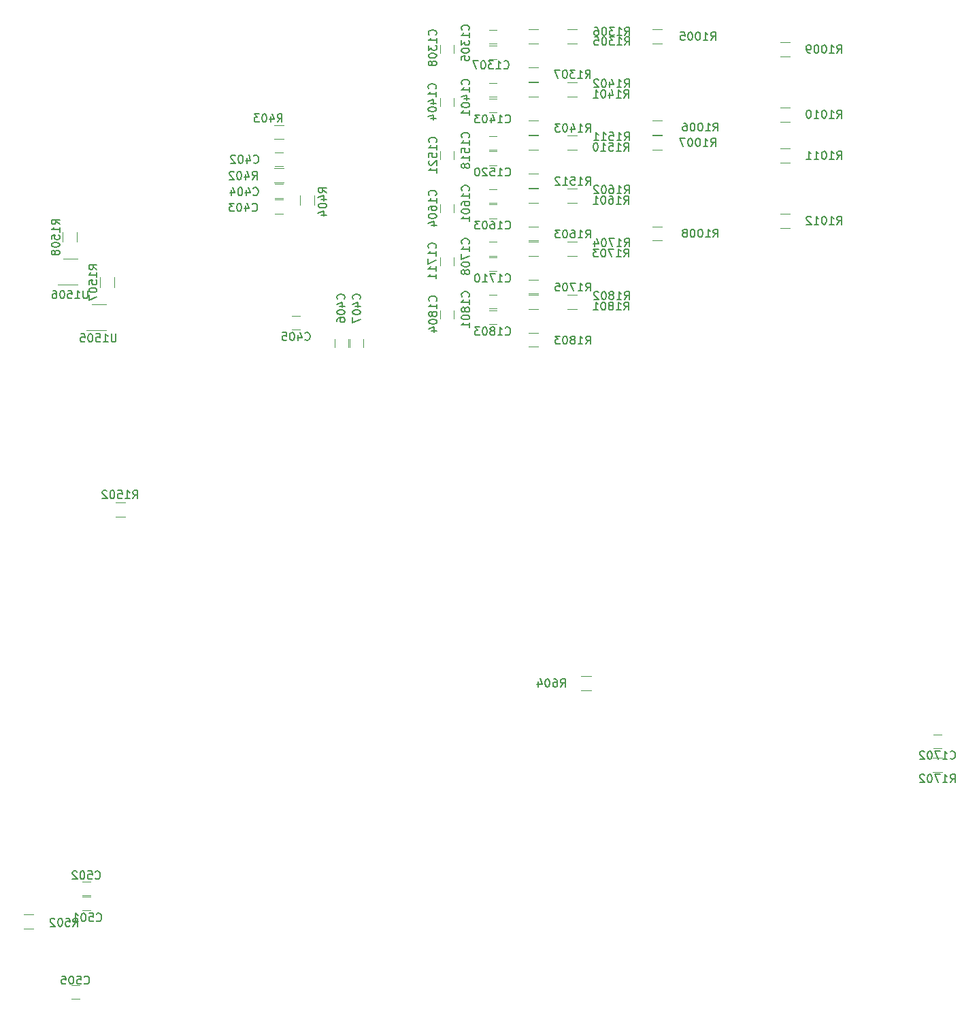
<source format=gbr>
G04 #@! TF.FileFunction,Legend,Bot*
%FSLAX46Y46*%
G04 Gerber Fmt 4.6, Leading zero omitted, Abs format (unit mm)*
G04 Created by KiCad (PCBNEW 4.0.4-stable) date Friday, December 29, 2017 'AMt' 10:56:01 AM*
%MOMM*%
%LPD*%
G01*
G04 APERTURE LIST*
%ADD10C,0.100000*%
%ADD11C,0.120000*%
%ADD12C,0.150000*%
G04 APERTURE END LIST*
D10*
D11*
X84300000Y-30180000D02*
X85500000Y-30180000D01*
X85500000Y-28420000D02*
X84300000Y-28420000D01*
X84300000Y-18880000D02*
X85500000Y-18880000D01*
X85500000Y-17120000D02*
X84300000Y-17120000D01*
X100200000Y-28580000D02*
X101400000Y-28580000D01*
X101400000Y-26820000D02*
X100200000Y-26820000D01*
X100200000Y-20480000D02*
X101400000Y-20480000D01*
X101400000Y-18720000D02*
X100200000Y-18720000D01*
X57920000Y-39840000D02*
X57920000Y-38840000D01*
X59620000Y-38840000D02*
X59620000Y-39840000D01*
X57920000Y-33240000D02*
X57920000Y-32240000D01*
X59620000Y-32240000D02*
X59620000Y-33240000D01*
X57920000Y-26640000D02*
X57920000Y-25640000D01*
X59620000Y-25640000D02*
X59620000Y-26640000D01*
X57920000Y-20040000D02*
X57920000Y-19040000D01*
X59620000Y-19040000D02*
X59620000Y-20040000D01*
X63970000Y-38890000D02*
X64970000Y-38890000D01*
X64970000Y-40590000D02*
X63970000Y-40590000D01*
X63970000Y-32290000D02*
X64970000Y-32290000D01*
X64970000Y-33990000D02*
X63970000Y-33990000D01*
X63970000Y-25690000D02*
X64970000Y-25690000D01*
X64970000Y-27390000D02*
X63970000Y-27390000D01*
X63970000Y-19090000D02*
X64970000Y-19090000D01*
X64970000Y-20790000D02*
X63970000Y-20790000D01*
X64970000Y-38650000D02*
X63970000Y-38650000D01*
X63970000Y-36950000D02*
X64970000Y-36950000D01*
X64970000Y-32050000D02*
X63970000Y-32050000D01*
X63970000Y-30350000D02*
X64970000Y-30350000D01*
X64970000Y-25450000D02*
X63970000Y-25450000D01*
X63970000Y-23750000D02*
X64970000Y-23750000D01*
X64970000Y-18850000D02*
X63970000Y-18850000D01*
X63970000Y-17150000D02*
X64970000Y-17150000D01*
X70090000Y-36920000D02*
X68890000Y-36920000D01*
X68890000Y-38680000D02*
X70090000Y-38680000D01*
X70090000Y-30320000D02*
X68890000Y-30320000D01*
X68890000Y-32080000D02*
X70090000Y-32080000D01*
X70090000Y-23720000D02*
X68890000Y-23720000D01*
X68890000Y-25480000D02*
X70090000Y-25480000D01*
X70090000Y-17120000D02*
X68890000Y-17120000D01*
X68890000Y-18880000D02*
X70090000Y-18880000D01*
X73740000Y-38680000D02*
X74940000Y-38680000D01*
X74940000Y-36920000D02*
X73740000Y-36920000D01*
X73740000Y-32080000D02*
X74940000Y-32080000D01*
X74940000Y-30320000D02*
X73740000Y-30320000D01*
X73740000Y-25480000D02*
X74940000Y-25480000D01*
X74940000Y-23720000D02*
X73740000Y-23720000D01*
X73740000Y-18880000D02*
X74940000Y-18880000D01*
X74940000Y-17120000D02*
X73740000Y-17120000D01*
X70090000Y-41620000D02*
X68890000Y-41620000D01*
X68890000Y-43380000D02*
X70090000Y-43380000D01*
X70090000Y-35020000D02*
X68890000Y-35020000D01*
X68890000Y-36780000D02*
X70090000Y-36780000D01*
X70090000Y-28420000D02*
X68890000Y-28420000D01*
X68890000Y-30180000D02*
X70090000Y-30180000D01*
X70090000Y-21820000D02*
X68890000Y-21820000D01*
X68890000Y-23580000D02*
X70090000Y-23580000D01*
X70090000Y-15220000D02*
X68890000Y-15220000D01*
X68890000Y-16980000D02*
X70090000Y-16980000D01*
X64970000Y-12250000D02*
X63970000Y-12250000D01*
X63970000Y-10550000D02*
X64970000Y-10550000D01*
X63970000Y-12490000D02*
X64970000Y-12490000D01*
X64970000Y-14190000D02*
X63970000Y-14190000D01*
X57920000Y-13440000D02*
X57920000Y-12440000D01*
X59620000Y-12440000D02*
X59620000Y-13440000D01*
X73740000Y-12280000D02*
X74940000Y-12280000D01*
X74940000Y-10520000D02*
X73740000Y-10520000D01*
X70090000Y-10520000D02*
X68890000Y-10520000D01*
X68890000Y-12280000D02*
X70090000Y-12280000D01*
X37350000Y-19250000D02*
X38350000Y-19250000D01*
X38350000Y-20950000D02*
X37350000Y-20950000D01*
X37350000Y-25100000D02*
X38350000Y-25100000D01*
X38350000Y-26800000D02*
X37350000Y-26800000D01*
X37350000Y-23150000D02*
X38350000Y-23150000D01*
X38350000Y-24850000D02*
X37350000Y-24850000D01*
X40475000Y-41225000D02*
X39475000Y-41225000D01*
X39475000Y-39525000D02*
X40475000Y-39525000D01*
X46452776Y-42457268D02*
X46452776Y-43457268D01*
X44752776Y-43457268D02*
X44752776Y-42457268D01*
X48352776Y-42457268D02*
X48352776Y-43457268D01*
X46652776Y-43457268D02*
X46652776Y-42457268D01*
X13368580Y-111775060D02*
X14368580Y-111775060D01*
X14368580Y-113475060D02*
X13368580Y-113475060D01*
X13368580Y-109875060D02*
X14368580Y-109875060D01*
X14368580Y-111575060D02*
X13368580Y-111575060D01*
X12000000Y-122800000D02*
X13000000Y-122800000D01*
X13000000Y-124500000D02*
X12000000Y-124500000D01*
X64970000Y-5650000D02*
X63970000Y-5650000D01*
X63970000Y-3950000D02*
X64970000Y-3950000D01*
X63970000Y-5890000D02*
X64970000Y-5890000D01*
X64970000Y-7590000D02*
X63970000Y-7590000D01*
X57920000Y-6840000D02*
X57920000Y-5840000D01*
X59620000Y-5840000D02*
X59620000Y-6840000D01*
X120300000Y-93300000D02*
X119300000Y-93300000D01*
X119300000Y-91600000D02*
X120300000Y-91600000D01*
X37250000Y-22930000D02*
X38450000Y-22930000D01*
X38450000Y-21170000D02*
X37250000Y-21170000D01*
X37250000Y-17555000D02*
X38450000Y-17555000D01*
X38450000Y-15795000D02*
X37250000Y-15795000D01*
X40495000Y-24525000D02*
X40495000Y-25725000D01*
X42255000Y-25725000D02*
X42255000Y-24525000D01*
X6090360Y-115728640D02*
X7290360Y-115728640D01*
X7290360Y-113968640D02*
X6090360Y-113968640D01*
X75473000Y-86097000D02*
X76673000Y-86097000D01*
X76673000Y-84337000D02*
X75473000Y-84337000D01*
X100200000Y-7280000D02*
X101400000Y-7280000D01*
X101400000Y-5520000D02*
X100200000Y-5520000D01*
X100200000Y-15380000D02*
X101400000Y-15380000D01*
X101400000Y-13620000D02*
X100200000Y-13620000D01*
X73740000Y-5680000D02*
X74940000Y-5680000D01*
X74940000Y-3920000D02*
X73740000Y-3920000D01*
X70090000Y-3920000D02*
X68890000Y-3920000D01*
X68890000Y-5680000D02*
X70090000Y-5680000D01*
X70090000Y-8620000D02*
X68890000Y-8620000D01*
X68890000Y-10380000D02*
X70090000Y-10380000D01*
X18700000Y-62770000D02*
X17500000Y-62770000D01*
X17500000Y-64530000D02*
X18700000Y-64530000D01*
X17320000Y-35950000D02*
X17320000Y-34750000D01*
X15560000Y-34750000D02*
X15560000Y-35950000D01*
X12670000Y-30330000D02*
X12670000Y-29130000D01*
X10910000Y-29130000D02*
X10910000Y-30330000D01*
X120400000Y-94520000D02*
X119200000Y-94520000D01*
X119200000Y-96280000D02*
X120400000Y-96280000D01*
X14520000Y-38060000D02*
X16320000Y-38060000D01*
X16320000Y-41280000D02*
X13870000Y-41280000D01*
X10960000Y-32410000D02*
X12760000Y-32410000D01*
X12760000Y-35630000D02*
X10310000Y-35630000D01*
X84300000Y-5680000D02*
X85500000Y-5680000D01*
X85500000Y-3920000D02*
X84300000Y-3920000D01*
X84300000Y-16980000D02*
X85500000Y-16980000D01*
X85500000Y-15220000D02*
X84300000Y-15220000D01*
D12*
X91895238Y-29752381D02*
X92228572Y-29276190D01*
X92466667Y-29752381D02*
X92466667Y-28752381D01*
X92085714Y-28752381D01*
X91990476Y-28800000D01*
X91942857Y-28847619D01*
X91895238Y-28942857D01*
X91895238Y-29085714D01*
X91942857Y-29180952D01*
X91990476Y-29228571D01*
X92085714Y-29276190D01*
X92466667Y-29276190D01*
X90942857Y-29752381D02*
X91514286Y-29752381D01*
X91228572Y-29752381D02*
X91228572Y-28752381D01*
X91323810Y-28895238D01*
X91419048Y-28990476D01*
X91514286Y-29038095D01*
X90323810Y-28752381D02*
X90228571Y-28752381D01*
X90133333Y-28800000D01*
X90085714Y-28847619D01*
X90038095Y-28942857D01*
X89990476Y-29133333D01*
X89990476Y-29371429D01*
X90038095Y-29561905D01*
X90085714Y-29657143D01*
X90133333Y-29704762D01*
X90228571Y-29752381D01*
X90323810Y-29752381D01*
X90419048Y-29704762D01*
X90466667Y-29657143D01*
X90514286Y-29561905D01*
X90561905Y-29371429D01*
X90561905Y-29133333D01*
X90514286Y-28942857D01*
X90466667Y-28847619D01*
X90419048Y-28800000D01*
X90323810Y-28752381D01*
X89371429Y-28752381D02*
X89276190Y-28752381D01*
X89180952Y-28800000D01*
X89133333Y-28847619D01*
X89085714Y-28942857D01*
X89038095Y-29133333D01*
X89038095Y-29371429D01*
X89085714Y-29561905D01*
X89133333Y-29657143D01*
X89180952Y-29704762D01*
X89276190Y-29752381D01*
X89371429Y-29752381D01*
X89466667Y-29704762D01*
X89514286Y-29657143D01*
X89561905Y-29561905D01*
X89609524Y-29371429D01*
X89609524Y-29133333D01*
X89561905Y-28942857D01*
X89514286Y-28847619D01*
X89466667Y-28800000D01*
X89371429Y-28752381D01*
X88466667Y-29180952D02*
X88561905Y-29133333D01*
X88609524Y-29085714D01*
X88657143Y-28990476D01*
X88657143Y-28942857D01*
X88609524Y-28847619D01*
X88561905Y-28800000D01*
X88466667Y-28752381D01*
X88276190Y-28752381D01*
X88180952Y-28800000D01*
X88133333Y-28847619D01*
X88085714Y-28942857D01*
X88085714Y-28990476D01*
X88133333Y-29085714D01*
X88180952Y-29133333D01*
X88276190Y-29180952D01*
X88466667Y-29180952D01*
X88561905Y-29228571D01*
X88609524Y-29276190D01*
X88657143Y-29371429D01*
X88657143Y-29561905D01*
X88609524Y-29657143D01*
X88561905Y-29704762D01*
X88466667Y-29752381D01*
X88276190Y-29752381D01*
X88180952Y-29704762D01*
X88133333Y-29657143D01*
X88085714Y-29561905D01*
X88085714Y-29371429D01*
X88133333Y-29276190D01*
X88180952Y-29228571D01*
X88276190Y-29180952D01*
X91595238Y-18452381D02*
X91928572Y-17976190D01*
X92166667Y-18452381D02*
X92166667Y-17452381D01*
X91785714Y-17452381D01*
X91690476Y-17500000D01*
X91642857Y-17547619D01*
X91595238Y-17642857D01*
X91595238Y-17785714D01*
X91642857Y-17880952D01*
X91690476Y-17928571D01*
X91785714Y-17976190D01*
X92166667Y-17976190D01*
X90642857Y-18452381D02*
X91214286Y-18452381D01*
X90928572Y-18452381D02*
X90928572Y-17452381D01*
X91023810Y-17595238D01*
X91119048Y-17690476D01*
X91214286Y-17738095D01*
X90023810Y-17452381D02*
X89928571Y-17452381D01*
X89833333Y-17500000D01*
X89785714Y-17547619D01*
X89738095Y-17642857D01*
X89690476Y-17833333D01*
X89690476Y-18071429D01*
X89738095Y-18261905D01*
X89785714Y-18357143D01*
X89833333Y-18404762D01*
X89928571Y-18452381D01*
X90023810Y-18452381D01*
X90119048Y-18404762D01*
X90166667Y-18357143D01*
X90214286Y-18261905D01*
X90261905Y-18071429D01*
X90261905Y-17833333D01*
X90214286Y-17642857D01*
X90166667Y-17547619D01*
X90119048Y-17500000D01*
X90023810Y-17452381D01*
X89071429Y-17452381D02*
X88976190Y-17452381D01*
X88880952Y-17500000D01*
X88833333Y-17547619D01*
X88785714Y-17642857D01*
X88738095Y-17833333D01*
X88738095Y-18071429D01*
X88785714Y-18261905D01*
X88833333Y-18357143D01*
X88880952Y-18404762D01*
X88976190Y-18452381D01*
X89071429Y-18452381D01*
X89166667Y-18404762D01*
X89214286Y-18357143D01*
X89261905Y-18261905D01*
X89309524Y-18071429D01*
X89309524Y-17833333D01*
X89261905Y-17642857D01*
X89214286Y-17547619D01*
X89166667Y-17500000D01*
X89071429Y-17452381D01*
X88404762Y-17452381D02*
X87738095Y-17452381D01*
X88166667Y-18452381D01*
X107295238Y-28152381D02*
X107628572Y-27676190D01*
X107866667Y-28152381D02*
X107866667Y-27152381D01*
X107485714Y-27152381D01*
X107390476Y-27200000D01*
X107342857Y-27247619D01*
X107295238Y-27342857D01*
X107295238Y-27485714D01*
X107342857Y-27580952D01*
X107390476Y-27628571D01*
X107485714Y-27676190D01*
X107866667Y-27676190D01*
X106342857Y-28152381D02*
X106914286Y-28152381D01*
X106628572Y-28152381D02*
X106628572Y-27152381D01*
X106723810Y-27295238D01*
X106819048Y-27390476D01*
X106914286Y-27438095D01*
X105723810Y-27152381D02*
X105628571Y-27152381D01*
X105533333Y-27200000D01*
X105485714Y-27247619D01*
X105438095Y-27342857D01*
X105390476Y-27533333D01*
X105390476Y-27771429D01*
X105438095Y-27961905D01*
X105485714Y-28057143D01*
X105533333Y-28104762D01*
X105628571Y-28152381D01*
X105723810Y-28152381D01*
X105819048Y-28104762D01*
X105866667Y-28057143D01*
X105914286Y-27961905D01*
X105961905Y-27771429D01*
X105961905Y-27533333D01*
X105914286Y-27342857D01*
X105866667Y-27247619D01*
X105819048Y-27200000D01*
X105723810Y-27152381D01*
X104438095Y-28152381D02*
X105009524Y-28152381D01*
X104723810Y-28152381D02*
X104723810Y-27152381D01*
X104819048Y-27295238D01*
X104914286Y-27390476D01*
X105009524Y-27438095D01*
X104057143Y-27247619D02*
X104009524Y-27200000D01*
X103914286Y-27152381D01*
X103676190Y-27152381D01*
X103580952Y-27200000D01*
X103533333Y-27247619D01*
X103485714Y-27342857D01*
X103485714Y-27438095D01*
X103533333Y-27580952D01*
X104104762Y-28152381D01*
X103485714Y-28152381D01*
X107295238Y-20052381D02*
X107628572Y-19576190D01*
X107866667Y-20052381D02*
X107866667Y-19052381D01*
X107485714Y-19052381D01*
X107390476Y-19100000D01*
X107342857Y-19147619D01*
X107295238Y-19242857D01*
X107295238Y-19385714D01*
X107342857Y-19480952D01*
X107390476Y-19528571D01*
X107485714Y-19576190D01*
X107866667Y-19576190D01*
X106342857Y-20052381D02*
X106914286Y-20052381D01*
X106628572Y-20052381D02*
X106628572Y-19052381D01*
X106723810Y-19195238D01*
X106819048Y-19290476D01*
X106914286Y-19338095D01*
X105723810Y-19052381D02*
X105628571Y-19052381D01*
X105533333Y-19100000D01*
X105485714Y-19147619D01*
X105438095Y-19242857D01*
X105390476Y-19433333D01*
X105390476Y-19671429D01*
X105438095Y-19861905D01*
X105485714Y-19957143D01*
X105533333Y-20004762D01*
X105628571Y-20052381D01*
X105723810Y-20052381D01*
X105819048Y-20004762D01*
X105866667Y-19957143D01*
X105914286Y-19861905D01*
X105961905Y-19671429D01*
X105961905Y-19433333D01*
X105914286Y-19242857D01*
X105866667Y-19147619D01*
X105819048Y-19100000D01*
X105723810Y-19052381D01*
X104438095Y-20052381D02*
X105009524Y-20052381D01*
X104723810Y-20052381D02*
X104723810Y-19052381D01*
X104819048Y-19195238D01*
X104914286Y-19290476D01*
X105009524Y-19338095D01*
X103485714Y-20052381D02*
X104057143Y-20052381D01*
X103771429Y-20052381D02*
X103771429Y-19052381D01*
X103866667Y-19195238D01*
X103961905Y-19290476D01*
X104057143Y-19338095D01*
X57397143Y-37684762D02*
X57444762Y-37637143D01*
X57492381Y-37494286D01*
X57492381Y-37399048D01*
X57444762Y-37256190D01*
X57349524Y-37160952D01*
X57254286Y-37113333D01*
X57063810Y-37065714D01*
X56920952Y-37065714D01*
X56730476Y-37113333D01*
X56635238Y-37160952D01*
X56540000Y-37256190D01*
X56492381Y-37399048D01*
X56492381Y-37494286D01*
X56540000Y-37637143D01*
X56587619Y-37684762D01*
X57492381Y-38637143D02*
X57492381Y-38065714D01*
X57492381Y-38351428D02*
X56492381Y-38351428D01*
X56635238Y-38256190D01*
X56730476Y-38160952D01*
X56778095Y-38065714D01*
X56920952Y-39208571D02*
X56873333Y-39113333D01*
X56825714Y-39065714D01*
X56730476Y-39018095D01*
X56682857Y-39018095D01*
X56587619Y-39065714D01*
X56540000Y-39113333D01*
X56492381Y-39208571D01*
X56492381Y-39399048D01*
X56540000Y-39494286D01*
X56587619Y-39541905D01*
X56682857Y-39589524D01*
X56730476Y-39589524D01*
X56825714Y-39541905D01*
X56873333Y-39494286D01*
X56920952Y-39399048D01*
X56920952Y-39208571D01*
X56968571Y-39113333D01*
X57016190Y-39065714D01*
X57111429Y-39018095D01*
X57301905Y-39018095D01*
X57397143Y-39065714D01*
X57444762Y-39113333D01*
X57492381Y-39208571D01*
X57492381Y-39399048D01*
X57444762Y-39494286D01*
X57397143Y-39541905D01*
X57301905Y-39589524D01*
X57111429Y-39589524D01*
X57016190Y-39541905D01*
X56968571Y-39494286D01*
X56920952Y-39399048D01*
X56492381Y-40208571D02*
X56492381Y-40303810D01*
X56540000Y-40399048D01*
X56587619Y-40446667D01*
X56682857Y-40494286D01*
X56873333Y-40541905D01*
X57111429Y-40541905D01*
X57301905Y-40494286D01*
X57397143Y-40446667D01*
X57444762Y-40399048D01*
X57492381Y-40303810D01*
X57492381Y-40208571D01*
X57444762Y-40113333D01*
X57397143Y-40065714D01*
X57301905Y-40018095D01*
X57111429Y-39970476D01*
X56873333Y-39970476D01*
X56682857Y-40018095D01*
X56587619Y-40065714D01*
X56540000Y-40113333D01*
X56492381Y-40208571D01*
X56825714Y-41399048D02*
X57492381Y-41399048D01*
X56444762Y-41160952D02*
X57159048Y-40922857D01*
X57159048Y-41541905D01*
X57317143Y-31114762D02*
X57364762Y-31067143D01*
X57412381Y-30924286D01*
X57412381Y-30829048D01*
X57364762Y-30686190D01*
X57269524Y-30590952D01*
X57174286Y-30543333D01*
X56983810Y-30495714D01*
X56840952Y-30495714D01*
X56650476Y-30543333D01*
X56555238Y-30590952D01*
X56460000Y-30686190D01*
X56412381Y-30829048D01*
X56412381Y-30924286D01*
X56460000Y-31067143D01*
X56507619Y-31114762D01*
X57412381Y-32067143D02*
X57412381Y-31495714D01*
X57412381Y-31781428D02*
X56412381Y-31781428D01*
X56555238Y-31686190D01*
X56650476Y-31590952D01*
X56698095Y-31495714D01*
X56412381Y-32400476D02*
X56412381Y-33067143D01*
X57412381Y-32638571D01*
X57412381Y-33971905D02*
X57412381Y-33400476D01*
X57412381Y-33686190D02*
X56412381Y-33686190D01*
X56555238Y-33590952D01*
X56650476Y-33495714D01*
X56698095Y-33400476D01*
X57412381Y-34924286D02*
X57412381Y-34352857D01*
X57412381Y-34638571D02*
X56412381Y-34638571D01*
X56555238Y-34543333D01*
X56650476Y-34448095D01*
X56698095Y-34352857D01*
X57357143Y-24544762D02*
X57404762Y-24497143D01*
X57452381Y-24354286D01*
X57452381Y-24259048D01*
X57404762Y-24116190D01*
X57309524Y-24020952D01*
X57214286Y-23973333D01*
X57023810Y-23925714D01*
X56880952Y-23925714D01*
X56690476Y-23973333D01*
X56595238Y-24020952D01*
X56500000Y-24116190D01*
X56452381Y-24259048D01*
X56452381Y-24354286D01*
X56500000Y-24497143D01*
X56547619Y-24544762D01*
X57452381Y-25497143D02*
X57452381Y-24925714D01*
X57452381Y-25211428D02*
X56452381Y-25211428D01*
X56595238Y-25116190D01*
X56690476Y-25020952D01*
X56738095Y-24925714D01*
X56452381Y-26354286D02*
X56452381Y-26163809D01*
X56500000Y-26068571D01*
X56547619Y-26020952D01*
X56690476Y-25925714D01*
X56880952Y-25878095D01*
X57261905Y-25878095D01*
X57357143Y-25925714D01*
X57404762Y-25973333D01*
X57452381Y-26068571D01*
X57452381Y-26259048D01*
X57404762Y-26354286D01*
X57357143Y-26401905D01*
X57261905Y-26449524D01*
X57023810Y-26449524D01*
X56928571Y-26401905D01*
X56880952Y-26354286D01*
X56833333Y-26259048D01*
X56833333Y-26068571D01*
X56880952Y-25973333D01*
X56928571Y-25925714D01*
X57023810Y-25878095D01*
X56452381Y-27068571D02*
X56452381Y-27163810D01*
X56500000Y-27259048D01*
X56547619Y-27306667D01*
X56642857Y-27354286D01*
X56833333Y-27401905D01*
X57071429Y-27401905D01*
X57261905Y-27354286D01*
X57357143Y-27306667D01*
X57404762Y-27259048D01*
X57452381Y-27163810D01*
X57452381Y-27068571D01*
X57404762Y-26973333D01*
X57357143Y-26925714D01*
X57261905Y-26878095D01*
X57071429Y-26830476D01*
X56833333Y-26830476D01*
X56642857Y-26878095D01*
X56547619Y-26925714D01*
X56500000Y-26973333D01*
X56452381Y-27068571D01*
X56785714Y-28259048D02*
X57452381Y-28259048D01*
X56404762Y-28020952D02*
X57119048Y-27782857D01*
X57119048Y-28401905D01*
X57397143Y-17934762D02*
X57444762Y-17887143D01*
X57492381Y-17744286D01*
X57492381Y-17649048D01*
X57444762Y-17506190D01*
X57349524Y-17410952D01*
X57254286Y-17363333D01*
X57063810Y-17315714D01*
X56920952Y-17315714D01*
X56730476Y-17363333D01*
X56635238Y-17410952D01*
X56540000Y-17506190D01*
X56492381Y-17649048D01*
X56492381Y-17744286D01*
X56540000Y-17887143D01*
X56587619Y-17934762D01*
X57492381Y-18887143D02*
X57492381Y-18315714D01*
X57492381Y-18601428D02*
X56492381Y-18601428D01*
X56635238Y-18506190D01*
X56730476Y-18410952D01*
X56778095Y-18315714D01*
X56492381Y-19791905D02*
X56492381Y-19315714D01*
X56968571Y-19268095D01*
X56920952Y-19315714D01*
X56873333Y-19410952D01*
X56873333Y-19649048D01*
X56920952Y-19744286D01*
X56968571Y-19791905D01*
X57063810Y-19839524D01*
X57301905Y-19839524D01*
X57397143Y-19791905D01*
X57444762Y-19744286D01*
X57492381Y-19649048D01*
X57492381Y-19410952D01*
X57444762Y-19315714D01*
X57397143Y-19268095D01*
X56587619Y-20220476D02*
X56540000Y-20268095D01*
X56492381Y-20363333D01*
X56492381Y-20601429D01*
X56540000Y-20696667D01*
X56587619Y-20744286D01*
X56682857Y-20791905D01*
X56778095Y-20791905D01*
X56920952Y-20744286D01*
X57492381Y-20172857D01*
X57492381Y-20791905D01*
X57492381Y-21744286D02*
X57492381Y-21172857D01*
X57492381Y-21458571D02*
X56492381Y-21458571D01*
X56635238Y-21363333D01*
X56730476Y-21268095D01*
X56778095Y-21172857D01*
X66025238Y-41837143D02*
X66072857Y-41884762D01*
X66215714Y-41932381D01*
X66310952Y-41932381D01*
X66453810Y-41884762D01*
X66549048Y-41789524D01*
X66596667Y-41694286D01*
X66644286Y-41503810D01*
X66644286Y-41360952D01*
X66596667Y-41170476D01*
X66549048Y-41075238D01*
X66453810Y-40980000D01*
X66310952Y-40932381D01*
X66215714Y-40932381D01*
X66072857Y-40980000D01*
X66025238Y-41027619D01*
X65072857Y-41932381D02*
X65644286Y-41932381D01*
X65358572Y-41932381D02*
X65358572Y-40932381D01*
X65453810Y-41075238D01*
X65549048Y-41170476D01*
X65644286Y-41218095D01*
X64501429Y-41360952D02*
X64596667Y-41313333D01*
X64644286Y-41265714D01*
X64691905Y-41170476D01*
X64691905Y-41122857D01*
X64644286Y-41027619D01*
X64596667Y-40980000D01*
X64501429Y-40932381D01*
X64310952Y-40932381D01*
X64215714Y-40980000D01*
X64168095Y-41027619D01*
X64120476Y-41122857D01*
X64120476Y-41170476D01*
X64168095Y-41265714D01*
X64215714Y-41313333D01*
X64310952Y-41360952D01*
X64501429Y-41360952D01*
X64596667Y-41408571D01*
X64644286Y-41456190D01*
X64691905Y-41551429D01*
X64691905Y-41741905D01*
X64644286Y-41837143D01*
X64596667Y-41884762D01*
X64501429Y-41932381D01*
X64310952Y-41932381D01*
X64215714Y-41884762D01*
X64168095Y-41837143D01*
X64120476Y-41741905D01*
X64120476Y-41551429D01*
X64168095Y-41456190D01*
X64215714Y-41408571D01*
X64310952Y-41360952D01*
X63501429Y-40932381D02*
X63406190Y-40932381D01*
X63310952Y-40980000D01*
X63263333Y-41027619D01*
X63215714Y-41122857D01*
X63168095Y-41313333D01*
X63168095Y-41551429D01*
X63215714Y-41741905D01*
X63263333Y-41837143D01*
X63310952Y-41884762D01*
X63406190Y-41932381D01*
X63501429Y-41932381D01*
X63596667Y-41884762D01*
X63644286Y-41837143D01*
X63691905Y-41741905D01*
X63739524Y-41551429D01*
X63739524Y-41313333D01*
X63691905Y-41122857D01*
X63644286Y-41027619D01*
X63596667Y-40980000D01*
X63501429Y-40932381D01*
X62834762Y-40932381D02*
X62215714Y-40932381D01*
X62549048Y-41313333D01*
X62406190Y-41313333D01*
X62310952Y-41360952D01*
X62263333Y-41408571D01*
X62215714Y-41503810D01*
X62215714Y-41741905D01*
X62263333Y-41837143D01*
X62310952Y-41884762D01*
X62406190Y-41932381D01*
X62691905Y-41932381D01*
X62787143Y-41884762D01*
X62834762Y-41837143D01*
X66025238Y-35237143D02*
X66072857Y-35284762D01*
X66215714Y-35332381D01*
X66310952Y-35332381D01*
X66453810Y-35284762D01*
X66549048Y-35189524D01*
X66596667Y-35094286D01*
X66644286Y-34903810D01*
X66644286Y-34760952D01*
X66596667Y-34570476D01*
X66549048Y-34475238D01*
X66453810Y-34380000D01*
X66310952Y-34332381D01*
X66215714Y-34332381D01*
X66072857Y-34380000D01*
X66025238Y-34427619D01*
X65072857Y-35332381D02*
X65644286Y-35332381D01*
X65358572Y-35332381D02*
X65358572Y-34332381D01*
X65453810Y-34475238D01*
X65549048Y-34570476D01*
X65644286Y-34618095D01*
X64739524Y-34332381D02*
X64072857Y-34332381D01*
X64501429Y-35332381D01*
X63168095Y-35332381D02*
X63739524Y-35332381D01*
X63453810Y-35332381D02*
X63453810Y-34332381D01*
X63549048Y-34475238D01*
X63644286Y-34570476D01*
X63739524Y-34618095D01*
X62549048Y-34332381D02*
X62453809Y-34332381D01*
X62358571Y-34380000D01*
X62310952Y-34427619D01*
X62263333Y-34522857D01*
X62215714Y-34713333D01*
X62215714Y-34951429D01*
X62263333Y-35141905D01*
X62310952Y-35237143D01*
X62358571Y-35284762D01*
X62453809Y-35332381D01*
X62549048Y-35332381D01*
X62644286Y-35284762D01*
X62691905Y-35237143D01*
X62739524Y-35141905D01*
X62787143Y-34951429D01*
X62787143Y-34713333D01*
X62739524Y-34522857D01*
X62691905Y-34427619D01*
X62644286Y-34380000D01*
X62549048Y-34332381D01*
X66025238Y-28637143D02*
X66072857Y-28684762D01*
X66215714Y-28732381D01*
X66310952Y-28732381D01*
X66453810Y-28684762D01*
X66549048Y-28589524D01*
X66596667Y-28494286D01*
X66644286Y-28303810D01*
X66644286Y-28160952D01*
X66596667Y-27970476D01*
X66549048Y-27875238D01*
X66453810Y-27780000D01*
X66310952Y-27732381D01*
X66215714Y-27732381D01*
X66072857Y-27780000D01*
X66025238Y-27827619D01*
X65072857Y-28732381D02*
X65644286Y-28732381D01*
X65358572Y-28732381D02*
X65358572Y-27732381D01*
X65453810Y-27875238D01*
X65549048Y-27970476D01*
X65644286Y-28018095D01*
X64215714Y-27732381D02*
X64406191Y-27732381D01*
X64501429Y-27780000D01*
X64549048Y-27827619D01*
X64644286Y-27970476D01*
X64691905Y-28160952D01*
X64691905Y-28541905D01*
X64644286Y-28637143D01*
X64596667Y-28684762D01*
X64501429Y-28732381D01*
X64310952Y-28732381D01*
X64215714Y-28684762D01*
X64168095Y-28637143D01*
X64120476Y-28541905D01*
X64120476Y-28303810D01*
X64168095Y-28208571D01*
X64215714Y-28160952D01*
X64310952Y-28113333D01*
X64501429Y-28113333D01*
X64596667Y-28160952D01*
X64644286Y-28208571D01*
X64691905Y-28303810D01*
X63501429Y-27732381D02*
X63406190Y-27732381D01*
X63310952Y-27780000D01*
X63263333Y-27827619D01*
X63215714Y-27922857D01*
X63168095Y-28113333D01*
X63168095Y-28351429D01*
X63215714Y-28541905D01*
X63263333Y-28637143D01*
X63310952Y-28684762D01*
X63406190Y-28732381D01*
X63501429Y-28732381D01*
X63596667Y-28684762D01*
X63644286Y-28637143D01*
X63691905Y-28541905D01*
X63739524Y-28351429D01*
X63739524Y-28113333D01*
X63691905Y-27922857D01*
X63644286Y-27827619D01*
X63596667Y-27780000D01*
X63501429Y-27732381D01*
X62834762Y-27732381D02*
X62215714Y-27732381D01*
X62549048Y-28113333D01*
X62406190Y-28113333D01*
X62310952Y-28160952D01*
X62263333Y-28208571D01*
X62215714Y-28303810D01*
X62215714Y-28541905D01*
X62263333Y-28637143D01*
X62310952Y-28684762D01*
X62406190Y-28732381D01*
X62691905Y-28732381D01*
X62787143Y-28684762D01*
X62834762Y-28637143D01*
X66025238Y-22037143D02*
X66072857Y-22084762D01*
X66215714Y-22132381D01*
X66310952Y-22132381D01*
X66453810Y-22084762D01*
X66549048Y-21989524D01*
X66596667Y-21894286D01*
X66644286Y-21703810D01*
X66644286Y-21560952D01*
X66596667Y-21370476D01*
X66549048Y-21275238D01*
X66453810Y-21180000D01*
X66310952Y-21132381D01*
X66215714Y-21132381D01*
X66072857Y-21180000D01*
X66025238Y-21227619D01*
X65072857Y-22132381D02*
X65644286Y-22132381D01*
X65358572Y-22132381D02*
X65358572Y-21132381D01*
X65453810Y-21275238D01*
X65549048Y-21370476D01*
X65644286Y-21418095D01*
X64168095Y-21132381D02*
X64644286Y-21132381D01*
X64691905Y-21608571D01*
X64644286Y-21560952D01*
X64549048Y-21513333D01*
X64310952Y-21513333D01*
X64215714Y-21560952D01*
X64168095Y-21608571D01*
X64120476Y-21703810D01*
X64120476Y-21941905D01*
X64168095Y-22037143D01*
X64215714Y-22084762D01*
X64310952Y-22132381D01*
X64549048Y-22132381D01*
X64644286Y-22084762D01*
X64691905Y-22037143D01*
X63739524Y-21227619D02*
X63691905Y-21180000D01*
X63596667Y-21132381D01*
X63358571Y-21132381D01*
X63263333Y-21180000D01*
X63215714Y-21227619D01*
X63168095Y-21322857D01*
X63168095Y-21418095D01*
X63215714Y-21560952D01*
X63787143Y-22132381D01*
X63168095Y-22132381D01*
X62549048Y-21132381D02*
X62453809Y-21132381D01*
X62358571Y-21180000D01*
X62310952Y-21227619D01*
X62263333Y-21322857D01*
X62215714Y-21513333D01*
X62215714Y-21751429D01*
X62263333Y-21941905D01*
X62310952Y-22037143D01*
X62358571Y-22084762D01*
X62453809Y-22132381D01*
X62549048Y-22132381D01*
X62644286Y-22084762D01*
X62691905Y-22037143D01*
X62739524Y-21941905D01*
X62787143Y-21751429D01*
X62787143Y-21513333D01*
X62739524Y-21322857D01*
X62691905Y-21227619D01*
X62644286Y-21180000D01*
X62549048Y-21132381D01*
X61467143Y-37144762D02*
X61514762Y-37097143D01*
X61562381Y-36954286D01*
X61562381Y-36859048D01*
X61514762Y-36716190D01*
X61419524Y-36620952D01*
X61324286Y-36573333D01*
X61133810Y-36525714D01*
X60990952Y-36525714D01*
X60800476Y-36573333D01*
X60705238Y-36620952D01*
X60610000Y-36716190D01*
X60562381Y-36859048D01*
X60562381Y-36954286D01*
X60610000Y-37097143D01*
X60657619Y-37144762D01*
X61562381Y-38097143D02*
X61562381Y-37525714D01*
X61562381Y-37811428D02*
X60562381Y-37811428D01*
X60705238Y-37716190D01*
X60800476Y-37620952D01*
X60848095Y-37525714D01*
X60990952Y-38668571D02*
X60943333Y-38573333D01*
X60895714Y-38525714D01*
X60800476Y-38478095D01*
X60752857Y-38478095D01*
X60657619Y-38525714D01*
X60610000Y-38573333D01*
X60562381Y-38668571D01*
X60562381Y-38859048D01*
X60610000Y-38954286D01*
X60657619Y-39001905D01*
X60752857Y-39049524D01*
X60800476Y-39049524D01*
X60895714Y-39001905D01*
X60943333Y-38954286D01*
X60990952Y-38859048D01*
X60990952Y-38668571D01*
X61038571Y-38573333D01*
X61086190Y-38525714D01*
X61181429Y-38478095D01*
X61371905Y-38478095D01*
X61467143Y-38525714D01*
X61514762Y-38573333D01*
X61562381Y-38668571D01*
X61562381Y-38859048D01*
X61514762Y-38954286D01*
X61467143Y-39001905D01*
X61371905Y-39049524D01*
X61181429Y-39049524D01*
X61086190Y-39001905D01*
X61038571Y-38954286D01*
X60990952Y-38859048D01*
X60562381Y-39668571D02*
X60562381Y-39763810D01*
X60610000Y-39859048D01*
X60657619Y-39906667D01*
X60752857Y-39954286D01*
X60943333Y-40001905D01*
X61181429Y-40001905D01*
X61371905Y-39954286D01*
X61467143Y-39906667D01*
X61514762Y-39859048D01*
X61562381Y-39763810D01*
X61562381Y-39668571D01*
X61514762Y-39573333D01*
X61467143Y-39525714D01*
X61371905Y-39478095D01*
X61181429Y-39430476D01*
X60943333Y-39430476D01*
X60752857Y-39478095D01*
X60657619Y-39525714D01*
X60610000Y-39573333D01*
X60562381Y-39668571D01*
X61562381Y-40954286D02*
X61562381Y-40382857D01*
X61562381Y-40668571D02*
X60562381Y-40668571D01*
X60705238Y-40573333D01*
X60800476Y-40478095D01*
X60848095Y-40382857D01*
X61467143Y-30544762D02*
X61514762Y-30497143D01*
X61562381Y-30354286D01*
X61562381Y-30259048D01*
X61514762Y-30116190D01*
X61419524Y-30020952D01*
X61324286Y-29973333D01*
X61133810Y-29925714D01*
X60990952Y-29925714D01*
X60800476Y-29973333D01*
X60705238Y-30020952D01*
X60610000Y-30116190D01*
X60562381Y-30259048D01*
X60562381Y-30354286D01*
X60610000Y-30497143D01*
X60657619Y-30544762D01*
X61562381Y-31497143D02*
X61562381Y-30925714D01*
X61562381Y-31211428D02*
X60562381Y-31211428D01*
X60705238Y-31116190D01*
X60800476Y-31020952D01*
X60848095Y-30925714D01*
X60562381Y-31830476D02*
X60562381Y-32497143D01*
X61562381Y-32068571D01*
X60562381Y-33068571D02*
X60562381Y-33163810D01*
X60610000Y-33259048D01*
X60657619Y-33306667D01*
X60752857Y-33354286D01*
X60943333Y-33401905D01*
X61181429Y-33401905D01*
X61371905Y-33354286D01*
X61467143Y-33306667D01*
X61514762Y-33259048D01*
X61562381Y-33163810D01*
X61562381Y-33068571D01*
X61514762Y-32973333D01*
X61467143Y-32925714D01*
X61371905Y-32878095D01*
X61181429Y-32830476D01*
X60943333Y-32830476D01*
X60752857Y-32878095D01*
X60657619Y-32925714D01*
X60610000Y-32973333D01*
X60562381Y-33068571D01*
X60990952Y-33973333D02*
X60943333Y-33878095D01*
X60895714Y-33830476D01*
X60800476Y-33782857D01*
X60752857Y-33782857D01*
X60657619Y-33830476D01*
X60610000Y-33878095D01*
X60562381Y-33973333D01*
X60562381Y-34163810D01*
X60610000Y-34259048D01*
X60657619Y-34306667D01*
X60752857Y-34354286D01*
X60800476Y-34354286D01*
X60895714Y-34306667D01*
X60943333Y-34259048D01*
X60990952Y-34163810D01*
X60990952Y-33973333D01*
X61038571Y-33878095D01*
X61086190Y-33830476D01*
X61181429Y-33782857D01*
X61371905Y-33782857D01*
X61467143Y-33830476D01*
X61514762Y-33878095D01*
X61562381Y-33973333D01*
X61562381Y-34163810D01*
X61514762Y-34259048D01*
X61467143Y-34306667D01*
X61371905Y-34354286D01*
X61181429Y-34354286D01*
X61086190Y-34306667D01*
X61038571Y-34259048D01*
X60990952Y-34163810D01*
X61467143Y-23944762D02*
X61514762Y-23897143D01*
X61562381Y-23754286D01*
X61562381Y-23659048D01*
X61514762Y-23516190D01*
X61419524Y-23420952D01*
X61324286Y-23373333D01*
X61133810Y-23325714D01*
X60990952Y-23325714D01*
X60800476Y-23373333D01*
X60705238Y-23420952D01*
X60610000Y-23516190D01*
X60562381Y-23659048D01*
X60562381Y-23754286D01*
X60610000Y-23897143D01*
X60657619Y-23944762D01*
X61562381Y-24897143D02*
X61562381Y-24325714D01*
X61562381Y-24611428D02*
X60562381Y-24611428D01*
X60705238Y-24516190D01*
X60800476Y-24420952D01*
X60848095Y-24325714D01*
X60562381Y-25754286D02*
X60562381Y-25563809D01*
X60610000Y-25468571D01*
X60657619Y-25420952D01*
X60800476Y-25325714D01*
X60990952Y-25278095D01*
X61371905Y-25278095D01*
X61467143Y-25325714D01*
X61514762Y-25373333D01*
X61562381Y-25468571D01*
X61562381Y-25659048D01*
X61514762Y-25754286D01*
X61467143Y-25801905D01*
X61371905Y-25849524D01*
X61133810Y-25849524D01*
X61038571Y-25801905D01*
X60990952Y-25754286D01*
X60943333Y-25659048D01*
X60943333Y-25468571D01*
X60990952Y-25373333D01*
X61038571Y-25325714D01*
X61133810Y-25278095D01*
X60562381Y-26468571D02*
X60562381Y-26563810D01*
X60610000Y-26659048D01*
X60657619Y-26706667D01*
X60752857Y-26754286D01*
X60943333Y-26801905D01*
X61181429Y-26801905D01*
X61371905Y-26754286D01*
X61467143Y-26706667D01*
X61514762Y-26659048D01*
X61562381Y-26563810D01*
X61562381Y-26468571D01*
X61514762Y-26373333D01*
X61467143Y-26325714D01*
X61371905Y-26278095D01*
X61181429Y-26230476D01*
X60943333Y-26230476D01*
X60752857Y-26278095D01*
X60657619Y-26325714D01*
X60610000Y-26373333D01*
X60562381Y-26468571D01*
X61562381Y-27754286D02*
X61562381Y-27182857D01*
X61562381Y-27468571D02*
X60562381Y-27468571D01*
X60705238Y-27373333D01*
X60800476Y-27278095D01*
X60848095Y-27182857D01*
X61467143Y-17344762D02*
X61514762Y-17297143D01*
X61562381Y-17154286D01*
X61562381Y-17059048D01*
X61514762Y-16916190D01*
X61419524Y-16820952D01*
X61324286Y-16773333D01*
X61133810Y-16725714D01*
X60990952Y-16725714D01*
X60800476Y-16773333D01*
X60705238Y-16820952D01*
X60610000Y-16916190D01*
X60562381Y-17059048D01*
X60562381Y-17154286D01*
X60610000Y-17297143D01*
X60657619Y-17344762D01*
X61562381Y-18297143D02*
X61562381Y-17725714D01*
X61562381Y-18011428D02*
X60562381Y-18011428D01*
X60705238Y-17916190D01*
X60800476Y-17820952D01*
X60848095Y-17725714D01*
X60562381Y-19201905D02*
X60562381Y-18725714D01*
X61038571Y-18678095D01*
X60990952Y-18725714D01*
X60943333Y-18820952D01*
X60943333Y-19059048D01*
X60990952Y-19154286D01*
X61038571Y-19201905D01*
X61133810Y-19249524D01*
X61371905Y-19249524D01*
X61467143Y-19201905D01*
X61514762Y-19154286D01*
X61562381Y-19059048D01*
X61562381Y-18820952D01*
X61514762Y-18725714D01*
X61467143Y-18678095D01*
X61562381Y-20201905D02*
X61562381Y-19630476D01*
X61562381Y-19916190D02*
X60562381Y-19916190D01*
X60705238Y-19820952D01*
X60800476Y-19725714D01*
X60848095Y-19630476D01*
X60990952Y-20773333D02*
X60943333Y-20678095D01*
X60895714Y-20630476D01*
X60800476Y-20582857D01*
X60752857Y-20582857D01*
X60657619Y-20630476D01*
X60610000Y-20678095D01*
X60562381Y-20773333D01*
X60562381Y-20963810D01*
X60610000Y-21059048D01*
X60657619Y-21106667D01*
X60752857Y-21154286D01*
X60800476Y-21154286D01*
X60895714Y-21106667D01*
X60943333Y-21059048D01*
X60990952Y-20963810D01*
X60990952Y-20773333D01*
X61038571Y-20678095D01*
X61086190Y-20630476D01*
X61181429Y-20582857D01*
X61371905Y-20582857D01*
X61467143Y-20630476D01*
X61514762Y-20678095D01*
X61562381Y-20773333D01*
X61562381Y-20963810D01*
X61514762Y-21059048D01*
X61467143Y-21106667D01*
X61371905Y-21154286D01*
X61181429Y-21154286D01*
X61086190Y-21106667D01*
X61038571Y-21059048D01*
X60990952Y-20963810D01*
X80835238Y-37512381D02*
X81168572Y-37036190D01*
X81406667Y-37512381D02*
X81406667Y-36512381D01*
X81025714Y-36512381D01*
X80930476Y-36560000D01*
X80882857Y-36607619D01*
X80835238Y-36702857D01*
X80835238Y-36845714D01*
X80882857Y-36940952D01*
X80930476Y-36988571D01*
X81025714Y-37036190D01*
X81406667Y-37036190D01*
X79882857Y-37512381D02*
X80454286Y-37512381D01*
X80168572Y-37512381D02*
X80168572Y-36512381D01*
X80263810Y-36655238D01*
X80359048Y-36750476D01*
X80454286Y-36798095D01*
X79311429Y-36940952D02*
X79406667Y-36893333D01*
X79454286Y-36845714D01*
X79501905Y-36750476D01*
X79501905Y-36702857D01*
X79454286Y-36607619D01*
X79406667Y-36560000D01*
X79311429Y-36512381D01*
X79120952Y-36512381D01*
X79025714Y-36560000D01*
X78978095Y-36607619D01*
X78930476Y-36702857D01*
X78930476Y-36750476D01*
X78978095Y-36845714D01*
X79025714Y-36893333D01*
X79120952Y-36940952D01*
X79311429Y-36940952D01*
X79406667Y-36988571D01*
X79454286Y-37036190D01*
X79501905Y-37131429D01*
X79501905Y-37321905D01*
X79454286Y-37417143D01*
X79406667Y-37464762D01*
X79311429Y-37512381D01*
X79120952Y-37512381D01*
X79025714Y-37464762D01*
X78978095Y-37417143D01*
X78930476Y-37321905D01*
X78930476Y-37131429D01*
X78978095Y-37036190D01*
X79025714Y-36988571D01*
X79120952Y-36940952D01*
X78311429Y-36512381D02*
X78216190Y-36512381D01*
X78120952Y-36560000D01*
X78073333Y-36607619D01*
X78025714Y-36702857D01*
X77978095Y-36893333D01*
X77978095Y-37131429D01*
X78025714Y-37321905D01*
X78073333Y-37417143D01*
X78120952Y-37464762D01*
X78216190Y-37512381D01*
X78311429Y-37512381D01*
X78406667Y-37464762D01*
X78454286Y-37417143D01*
X78501905Y-37321905D01*
X78549524Y-37131429D01*
X78549524Y-36893333D01*
X78501905Y-36702857D01*
X78454286Y-36607619D01*
X78406667Y-36560000D01*
X78311429Y-36512381D01*
X77597143Y-36607619D02*
X77549524Y-36560000D01*
X77454286Y-36512381D01*
X77216190Y-36512381D01*
X77120952Y-36560000D01*
X77073333Y-36607619D01*
X77025714Y-36702857D01*
X77025714Y-36798095D01*
X77073333Y-36940952D01*
X77644762Y-37512381D01*
X77025714Y-37512381D01*
X80835238Y-30912381D02*
X81168572Y-30436190D01*
X81406667Y-30912381D02*
X81406667Y-29912381D01*
X81025714Y-29912381D01*
X80930476Y-29960000D01*
X80882857Y-30007619D01*
X80835238Y-30102857D01*
X80835238Y-30245714D01*
X80882857Y-30340952D01*
X80930476Y-30388571D01*
X81025714Y-30436190D01*
X81406667Y-30436190D01*
X79882857Y-30912381D02*
X80454286Y-30912381D01*
X80168572Y-30912381D02*
X80168572Y-29912381D01*
X80263810Y-30055238D01*
X80359048Y-30150476D01*
X80454286Y-30198095D01*
X79549524Y-29912381D02*
X78882857Y-29912381D01*
X79311429Y-30912381D01*
X78311429Y-29912381D02*
X78216190Y-29912381D01*
X78120952Y-29960000D01*
X78073333Y-30007619D01*
X78025714Y-30102857D01*
X77978095Y-30293333D01*
X77978095Y-30531429D01*
X78025714Y-30721905D01*
X78073333Y-30817143D01*
X78120952Y-30864762D01*
X78216190Y-30912381D01*
X78311429Y-30912381D01*
X78406667Y-30864762D01*
X78454286Y-30817143D01*
X78501905Y-30721905D01*
X78549524Y-30531429D01*
X78549524Y-30293333D01*
X78501905Y-30102857D01*
X78454286Y-30007619D01*
X78406667Y-29960000D01*
X78311429Y-29912381D01*
X77120952Y-30245714D02*
X77120952Y-30912381D01*
X77359048Y-29864762D02*
X77597143Y-30579048D01*
X76978095Y-30579048D01*
X80835238Y-24312381D02*
X81168572Y-23836190D01*
X81406667Y-24312381D02*
X81406667Y-23312381D01*
X81025714Y-23312381D01*
X80930476Y-23360000D01*
X80882857Y-23407619D01*
X80835238Y-23502857D01*
X80835238Y-23645714D01*
X80882857Y-23740952D01*
X80930476Y-23788571D01*
X81025714Y-23836190D01*
X81406667Y-23836190D01*
X79882857Y-24312381D02*
X80454286Y-24312381D01*
X80168572Y-24312381D02*
X80168572Y-23312381D01*
X80263810Y-23455238D01*
X80359048Y-23550476D01*
X80454286Y-23598095D01*
X79025714Y-23312381D02*
X79216191Y-23312381D01*
X79311429Y-23360000D01*
X79359048Y-23407619D01*
X79454286Y-23550476D01*
X79501905Y-23740952D01*
X79501905Y-24121905D01*
X79454286Y-24217143D01*
X79406667Y-24264762D01*
X79311429Y-24312381D01*
X79120952Y-24312381D01*
X79025714Y-24264762D01*
X78978095Y-24217143D01*
X78930476Y-24121905D01*
X78930476Y-23883810D01*
X78978095Y-23788571D01*
X79025714Y-23740952D01*
X79120952Y-23693333D01*
X79311429Y-23693333D01*
X79406667Y-23740952D01*
X79454286Y-23788571D01*
X79501905Y-23883810D01*
X78311429Y-23312381D02*
X78216190Y-23312381D01*
X78120952Y-23360000D01*
X78073333Y-23407619D01*
X78025714Y-23502857D01*
X77978095Y-23693333D01*
X77978095Y-23931429D01*
X78025714Y-24121905D01*
X78073333Y-24217143D01*
X78120952Y-24264762D01*
X78216190Y-24312381D01*
X78311429Y-24312381D01*
X78406667Y-24264762D01*
X78454286Y-24217143D01*
X78501905Y-24121905D01*
X78549524Y-23931429D01*
X78549524Y-23693333D01*
X78501905Y-23502857D01*
X78454286Y-23407619D01*
X78406667Y-23360000D01*
X78311429Y-23312381D01*
X77597143Y-23407619D02*
X77549524Y-23360000D01*
X77454286Y-23312381D01*
X77216190Y-23312381D01*
X77120952Y-23360000D01*
X77073333Y-23407619D01*
X77025714Y-23502857D01*
X77025714Y-23598095D01*
X77073333Y-23740952D01*
X77644762Y-24312381D01*
X77025714Y-24312381D01*
X80835238Y-17712381D02*
X81168572Y-17236190D01*
X81406667Y-17712381D02*
X81406667Y-16712381D01*
X81025714Y-16712381D01*
X80930476Y-16760000D01*
X80882857Y-16807619D01*
X80835238Y-16902857D01*
X80835238Y-17045714D01*
X80882857Y-17140952D01*
X80930476Y-17188571D01*
X81025714Y-17236190D01*
X81406667Y-17236190D01*
X79882857Y-17712381D02*
X80454286Y-17712381D01*
X80168572Y-17712381D02*
X80168572Y-16712381D01*
X80263810Y-16855238D01*
X80359048Y-16950476D01*
X80454286Y-16998095D01*
X78978095Y-16712381D02*
X79454286Y-16712381D01*
X79501905Y-17188571D01*
X79454286Y-17140952D01*
X79359048Y-17093333D01*
X79120952Y-17093333D01*
X79025714Y-17140952D01*
X78978095Y-17188571D01*
X78930476Y-17283810D01*
X78930476Y-17521905D01*
X78978095Y-17617143D01*
X79025714Y-17664762D01*
X79120952Y-17712381D01*
X79359048Y-17712381D01*
X79454286Y-17664762D01*
X79501905Y-17617143D01*
X77978095Y-17712381D02*
X78549524Y-17712381D01*
X78263810Y-17712381D02*
X78263810Y-16712381D01*
X78359048Y-16855238D01*
X78454286Y-16950476D01*
X78549524Y-16998095D01*
X77025714Y-17712381D02*
X77597143Y-17712381D01*
X77311429Y-17712381D02*
X77311429Y-16712381D01*
X77406667Y-16855238D01*
X77501905Y-16950476D01*
X77597143Y-16998095D01*
X80785238Y-38812381D02*
X81118572Y-38336190D01*
X81356667Y-38812381D02*
X81356667Y-37812381D01*
X80975714Y-37812381D01*
X80880476Y-37860000D01*
X80832857Y-37907619D01*
X80785238Y-38002857D01*
X80785238Y-38145714D01*
X80832857Y-38240952D01*
X80880476Y-38288571D01*
X80975714Y-38336190D01*
X81356667Y-38336190D01*
X79832857Y-38812381D02*
X80404286Y-38812381D01*
X80118572Y-38812381D02*
X80118572Y-37812381D01*
X80213810Y-37955238D01*
X80309048Y-38050476D01*
X80404286Y-38098095D01*
X79261429Y-38240952D02*
X79356667Y-38193333D01*
X79404286Y-38145714D01*
X79451905Y-38050476D01*
X79451905Y-38002857D01*
X79404286Y-37907619D01*
X79356667Y-37860000D01*
X79261429Y-37812381D01*
X79070952Y-37812381D01*
X78975714Y-37860000D01*
X78928095Y-37907619D01*
X78880476Y-38002857D01*
X78880476Y-38050476D01*
X78928095Y-38145714D01*
X78975714Y-38193333D01*
X79070952Y-38240952D01*
X79261429Y-38240952D01*
X79356667Y-38288571D01*
X79404286Y-38336190D01*
X79451905Y-38431429D01*
X79451905Y-38621905D01*
X79404286Y-38717143D01*
X79356667Y-38764762D01*
X79261429Y-38812381D01*
X79070952Y-38812381D01*
X78975714Y-38764762D01*
X78928095Y-38717143D01*
X78880476Y-38621905D01*
X78880476Y-38431429D01*
X78928095Y-38336190D01*
X78975714Y-38288571D01*
X79070952Y-38240952D01*
X78261429Y-37812381D02*
X78166190Y-37812381D01*
X78070952Y-37860000D01*
X78023333Y-37907619D01*
X77975714Y-38002857D01*
X77928095Y-38193333D01*
X77928095Y-38431429D01*
X77975714Y-38621905D01*
X78023333Y-38717143D01*
X78070952Y-38764762D01*
X78166190Y-38812381D01*
X78261429Y-38812381D01*
X78356667Y-38764762D01*
X78404286Y-38717143D01*
X78451905Y-38621905D01*
X78499524Y-38431429D01*
X78499524Y-38193333D01*
X78451905Y-38002857D01*
X78404286Y-37907619D01*
X78356667Y-37860000D01*
X78261429Y-37812381D01*
X76975714Y-38812381D02*
X77547143Y-38812381D01*
X77261429Y-38812381D02*
X77261429Y-37812381D01*
X77356667Y-37955238D01*
X77451905Y-38050476D01*
X77547143Y-38098095D01*
X80785238Y-32212381D02*
X81118572Y-31736190D01*
X81356667Y-32212381D02*
X81356667Y-31212381D01*
X80975714Y-31212381D01*
X80880476Y-31260000D01*
X80832857Y-31307619D01*
X80785238Y-31402857D01*
X80785238Y-31545714D01*
X80832857Y-31640952D01*
X80880476Y-31688571D01*
X80975714Y-31736190D01*
X81356667Y-31736190D01*
X79832857Y-32212381D02*
X80404286Y-32212381D01*
X80118572Y-32212381D02*
X80118572Y-31212381D01*
X80213810Y-31355238D01*
X80309048Y-31450476D01*
X80404286Y-31498095D01*
X79499524Y-31212381D02*
X78832857Y-31212381D01*
X79261429Y-32212381D01*
X78261429Y-31212381D02*
X78166190Y-31212381D01*
X78070952Y-31260000D01*
X78023333Y-31307619D01*
X77975714Y-31402857D01*
X77928095Y-31593333D01*
X77928095Y-31831429D01*
X77975714Y-32021905D01*
X78023333Y-32117143D01*
X78070952Y-32164762D01*
X78166190Y-32212381D01*
X78261429Y-32212381D01*
X78356667Y-32164762D01*
X78404286Y-32117143D01*
X78451905Y-32021905D01*
X78499524Y-31831429D01*
X78499524Y-31593333D01*
X78451905Y-31402857D01*
X78404286Y-31307619D01*
X78356667Y-31260000D01*
X78261429Y-31212381D01*
X77594762Y-31212381D02*
X76975714Y-31212381D01*
X77309048Y-31593333D01*
X77166190Y-31593333D01*
X77070952Y-31640952D01*
X77023333Y-31688571D01*
X76975714Y-31783810D01*
X76975714Y-32021905D01*
X77023333Y-32117143D01*
X77070952Y-32164762D01*
X77166190Y-32212381D01*
X77451905Y-32212381D01*
X77547143Y-32164762D01*
X77594762Y-32117143D01*
X80785238Y-25612381D02*
X81118572Y-25136190D01*
X81356667Y-25612381D02*
X81356667Y-24612381D01*
X80975714Y-24612381D01*
X80880476Y-24660000D01*
X80832857Y-24707619D01*
X80785238Y-24802857D01*
X80785238Y-24945714D01*
X80832857Y-25040952D01*
X80880476Y-25088571D01*
X80975714Y-25136190D01*
X81356667Y-25136190D01*
X79832857Y-25612381D02*
X80404286Y-25612381D01*
X80118572Y-25612381D02*
X80118572Y-24612381D01*
X80213810Y-24755238D01*
X80309048Y-24850476D01*
X80404286Y-24898095D01*
X78975714Y-24612381D02*
X79166191Y-24612381D01*
X79261429Y-24660000D01*
X79309048Y-24707619D01*
X79404286Y-24850476D01*
X79451905Y-25040952D01*
X79451905Y-25421905D01*
X79404286Y-25517143D01*
X79356667Y-25564762D01*
X79261429Y-25612381D01*
X79070952Y-25612381D01*
X78975714Y-25564762D01*
X78928095Y-25517143D01*
X78880476Y-25421905D01*
X78880476Y-25183810D01*
X78928095Y-25088571D01*
X78975714Y-25040952D01*
X79070952Y-24993333D01*
X79261429Y-24993333D01*
X79356667Y-25040952D01*
X79404286Y-25088571D01*
X79451905Y-25183810D01*
X78261429Y-24612381D02*
X78166190Y-24612381D01*
X78070952Y-24660000D01*
X78023333Y-24707619D01*
X77975714Y-24802857D01*
X77928095Y-24993333D01*
X77928095Y-25231429D01*
X77975714Y-25421905D01*
X78023333Y-25517143D01*
X78070952Y-25564762D01*
X78166190Y-25612381D01*
X78261429Y-25612381D01*
X78356667Y-25564762D01*
X78404286Y-25517143D01*
X78451905Y-25421905D01*
X78499524Y-25231429D01*
X78499524Y-24993333D01*
X78451905Y-24802857D01*
X78404286Y-24707619D01*
X78356667Y-24660000D01*
X78261429Y-24612381D01*
X76975714Y-25612381D02*
X77547143Y-25612381D01*
X77261429Y-25612381D02*
X77261429Y-24612381D01*
X77356667Y-24755238D01*
X77451905Y-24850476D01*
X77547143Y-24898095D01*
X80785238Y-19012381D02*
X81118572Y-18536190D01*
X81356667Y-19012381D02*
X81356667Y-18012381D01*
X80975714Y-18012381D01*
X80880476Y-18060000D01*
X80832857Y-18107619D01*
X80785238Y-18202857D01*
X80785238Y-18345714D01*
X80832857Y-18440952D01*
X80880476Y-18488571D01*
X80975714Y-18536190D01*
X81356667Y-18536190D01*
X79832857Y-19012381D02*
X80404286Y-19012381D01*
X80118572Y-19012381D02*
X80118572Y-18012381D01*
X80213810Y-18155238D01*
X80309048Y-18250476D01*
X80404286Y-18298095D01*
X78928095Y-18012381D02*
X79404286Y-18012381D01*
X79451905Y-18488571D01*
X79404286Y-18440952D01*
X79309048Y-18393333D01*
X79070952Y-18393333D01*
X78975714Y-18440952D01*
X78928095Y-18488571D01*
X78880476Y-18583810D01*
X78880476Y-18821905D01*
X78928095Y-18917143D01*
X78975714Y-18964762D01*
X79070952Y-19012381D01*
X79309048Y-19012381D01*
X79404286Y-18964762D01*
X79451905Y-18917143D01*
X77928095Y-19012381D02*
X78499524Y-19012381D01*
X78213810Y-19012381D02*
X78213810Y-18012381D01*
X78309048Y-18155238D01*
X78404286Y-18250476D01*
X78499524Y-18298095D01*
X77309048Y-18012381D02*
X77213809Y-18012381D01*
X77118571Y-18060000D01*
X77070952Y-18107619D01*
X77023333Y-18202857D01*
X76975714Y-18393333D01*
X76975714Y-18631429D01*
X77023333Y-18821905D01*
X77070952Y-18917143D01*
X77118571Y-18964762D01*
X77213809Y-19012381D01*
X77309048Y-19012381D01*
X77404286Y-18964762D01*
X77451905Y-18917143D01*
X77499524Y-18821905D01*
X77547143Y-18631429D01*
X77547143Y-18393333D01*
X77499524Y-18202857D01*
X77451905Y-18107619D01*
X77404286Y-18060000D01*
X77309048Y-18012381D01*
X76025238Y-43042381D02*
X76358572Y-42566190D01*
X76596667Y-43042381D02*
X76596667Y-42042381D01*
X76215714Y-42042381D01*
X76120476Y-42090000D01*
X76072857Y-42137619D01*
X76025238Y-42232857D01*
X76025238Y-42375714D01*
X76072857Y-42470952D01*
X76120476Y-42518571D01*
X76215714Y-42566190D01*
X76596667Y-42566190D01*
X75072857Y-43042381D02*
X75644286Y-43042381D01*
X75358572Y-43042381D02*
X75358572Y-42042381D01*
X75453810Y-42185238D01*
X75549048Y-42280476D01*
X75644286Y-42328095D01*
X74501429Y-42470952D02*
X74596667Y-42423333D01*
X74644286Y-42375714D01*
X74691905Y-42280476D01*
X74691905Y-42232857D01*
X74644286Y-42137619D01*
X74596667Y-42090000D01*
X74501429Y-42042381D01*
X74310952Y-42042381D01*
X74215714Y-42090000D01*
X74168095Y-42137619D01*
X74120476Y-42232857D01*
X74120476Y-42280476D01*
X74168095Y-42375714D01*
X74215714Y-42423333D01*
X74310952Y-42470952D01*
X74501429Y-42470952D01*
X74596667Y-42518571D01*
X74644286Y-42566190D01*
X74691905Y-42661429D01*
X74691905Y-42851905D01*
X74644286Y-42947143D01*
X74596667Y-42994762D01*
X74501429Y-43042381D01*
X74310952Y-43042381D01*
X74215714Y-42994762D01*
X74168095Y-42947143D01*
X74120476Y-42851905D01*
X74120476Y-42661429D01*
X74168095Y-42566190D01*
X74215714Y-42518571D01*
X74310952Y-42470952D01*
X73501429Y-42042381D02*
X73406190Y-42042381D01*
X73310952Y-42090000D01*
X73263333Y-42137619D01*
X73215714Y-42232857D01*
X73168095Y-42423333D01*
X73168095Y-42661429D01*
X73215714Y-42851905D01*
X73263333Y-42947143D01*
X73310952Y-42994762D01*
X73406190Y-43042381D01*
X73501429Y-43042381D01*
X73596667Y-42994762D01*
X73644286Y-42947143D01*
X73691905Y-42851905D01*
X73739524Y-42661429D01*
X73739524Y-42423333D01*
X73691905Y-42232857D01*
X73644286Y-42137619D01*
X73596667Y-42090000D01*
X73501429Y-42042381D01*
X72834762Y-42042381D02*
X72215714Y-42042381D01*
X72549048Y-42423333D01*
X72406190Y-42423333D01*
X72310952Y-42470952D01*
X72263333Y-42518571D01*
X72215714Y-42613810D01*
X72215714Y-42851905D01*
X72263333Y-42947143D01*
X72310952Y-42994762D01*
X72406190Y-43042381D01*
X72691905Y-43042381D01*
X72787143Y-42994762D01*
X72834762Y-42947143D01*
X76025238Y-36442381D02*
X76358572Y-35966190D01*
X76596667Y-36442381D02*
X76596667Y-35442381D01*
X76215714Y-35442381D01*
X76120476Y-35490000D01*
X76072857Y-35537619D01*
X76025238Y-35632857D01*
X76025238Y-35775714D01*
X76072857Y-35870952D01*
X76120476Y-35918571D01*
X76215714Y-35966190D01*
X76596667Y-35966190D01*
X75072857Y-36442381D02*
X75644286Y-36442381D01*
X75358572Y-36442381D02*
X75358572Y-35442381D01*
X75453810Y-35585238D01*
X75549048Y-35680476D01*
X75644286Y-35728095D01*
X74739524Y-35442381D02*
X74072857Y-35442381D01*
X74501429Y-36442381D01*
X73501429Y-35442381D02*
X73406190Y-35442381D01*
X73310952Y-35490000D01*
X73263333Y-35537619D01*
X73215714Y-35632857D01*
X73168095Y-35823333D01*
X73168095Y-36061429D01*
X73215714Y-36251905D01*
X73263333Y-36347143D01*
X73310952Y-36394762D01*
X73406190Y-36442381D01*
X73501429Y-36442381D01*
X73596667Y-36394762D01*
X73644286Y-36347143D01*
X73691905Y-36251905D01*
X73739524Y-36061429D01*
X73739524Y-35823333D01*
X73691905Y-35632857D01*
X73644286Y-35537619D01*
X73596667Y-35490000D01*
X73501429Y-35442381D01*
X72263333Y-35442381D02*
X72739524Y-35442381D01*
X72787143Y-35918571D01*
X72739524Y-35870952D01*
X72644286Y-35823333D01*
X72406190Y-35823333D01*
X72310952Y-35870952D01*
X72263333Y-35918571D01*
X72215714Y-36013810D01*
X72215714Y-36251905D01*
X72263333Y-36347143D01*
X72310952Y-36394762D01*
X72406190Y-36442381D01*
X72644286Y-36442381D01*
X72739524Y-36394762D01*
X72787143Y-36347143D01*
X76025238Y-29842381D02*
X76358572Y-29366190D01*
X76596667Y-29842381D02*
X76596667Y-28842381D01*
X76215714Y-28842381D01*
X76120476Y-28890000D01*
X76072857Y-28937619D01*
X76025238Y-29032857D01*
X76025238Y-29175714D01*
X76072857Y-29270952D01*
X76120476Y-29318571D01*
X76215714Y-29366190D01*
X76596667Y-29366190D01*
X75072857Y-29842381D02*
X75644286Y-29842381D01*
X75358572Y-29842381D02*
X75358572Y-28842381D01*
X75453810Y-28985238D01*
X75549048Y-29080476D01*
X75644286Y-29128095D01*
X74215714Y-28842381D02*
X74406191Y-28842381D01*
X74501429Y-28890000D01*
X74549048Y-28937619D01*
X74644286Y-29080476D01*
X74691905Y-29270952D01*
X74691905Y-29651905D01*
X74644286Y-29747143D01*
X74596667Y-29794762D01*
X74501429Y-29842381D01*
X74310952Y-29842381D01*
X74215714Y-29794762D01*
X74168095Y-29747143D01*
X74120476Y-29651905D01*
X74120476Y-29413810D01*
X74168095Y-29318571D01*
X74215714Y-29270952D01*
X74310952Y-29223333D01*
X74501429Y-29223333D01*
X74596667Y-29270952D01*
X74644286Y-29318571D01*
X74691905Y-29413810D01*
X73501429Y-28842381D02*
X73406190Y-28842381D01*
X73310952Y-28890000D01*
X73263333Y-28937619D01*
X73215714Y-29032857D01*
X73168095Y-29223333D01*
X73168095Y-29461429D01*
X73215714Y-29651905D01*
X73263333Y-29747143D01*
X73310952Y-29794762D01*
X73406190Y-29842381D01*
X73501429Y-29842381D01*
X73596667Y-29794762D01*
X73644286Y-29747143D01*
X73691905Y-29651905D01*
X73739524Y-29461429D01*
X73739524Y-29223333D01*
X73691905Y-29032857D01*
X73644286Y-28937619D01*
X73596667Y-28890000D01*
X73501429Y-28842381D01*
X72834762Y-28842381D02*
X72215714Y-28842381D01*
X72549048Y-29223333D01*
X72406190Y-29223333D01*
X72310952Y-29270952D01*
X72263333Y-29318571D01*
X72215714Y-29413810D01*
X72215714Y-29651905D01*
X72263333Y-29747143D01*
X72310952Y-29794762D01*
X72406190Y-29842381D01*
X72691905Y-29842381D01*
X72787143Y-29794762D01*
X72834762Y-29747143D01*
X76025238Y-23242381D02*
X76358572Y-22766190D01*
X76596667Y-23242381D02*
X76596667Y-22242381D01*
X76215714Y-22242381D01*
X76120476Y-22290000D01*
X76072857Y-22337619D01*
X76025238Y-22432857D01*
X76025238Y-22575714D01*
X76072857Y-22670952D01*
X76120476Y-22718571D01*
X76215714Y-22766190D01*
X76596667Y-22766190D01*
X75072857Y-23242381D02*
X75644286Y-23242381D01*
X75358572Y-23242381D02*
X75358572Y-22242381D01*
X75453810Y-22385238D01*
X75549048Y-22480476D01*
X75644286Y-22528095D01*
X74168095Y-22242381D02*
X74644286Y-22242381D01*
X74691905Y-22718571D01*
X74644286Y-22670952D01*
X74549048Y-22623333D01*
X74310952Y-22623333D01*
X74215714Y-22670952D01*
X74168095Y-22718571D01*
X74120476Y-22813810D01*
X74120476Y-23051905D01*
X74168095Y-23147143D01*
X74215714Y-23194762D01*
X74310952Y-23242381D01*
X74549048Y-23242381D01*
X74644286Y-23194762D01*
X74691905Y-23147143D01*
X73168095Y-23242381D02*
X73739524Y-23242381D01*
X73453810Y-23242381D02*
X73453810Y-22242381D01*
X73549048Y-22385238D01*
X73644286Y-22480476D01*
X73739524Y-22528095D01*
X72787143Y-22337619D02*
X72739524Y-22290000D01*
X72644286Y-22242381D01*
X72406190Y-22242381D01*
X72310952Y-22290000D01*
X72263333Y-22337619D01*
X72215714Y-22432857D01*
X72215714Y-22528095D01*
X72263333Y-22670952D01*
X72834762Y-23242381D01*
X72215714Y-23242381D01*
X76025238Y-16642381D02*
X76358572Y-16166190D01*
X76596667Y-16642381D02*
X76596667Y-15642381D01*
X76215714Y-15642381D01*
X76120476Y-15690000D01*
X76072857Y-15737619D01*
X76025238Y-15832857D01*
X76025238Y-15975714D01*
X76072857Y-16070952D01*
X76120476Y-16118571D01*
X76215714Y-16166190D01*
X76596667Y-16166190D01*
X75072857Y-16642381D02*
X75644286Y-16642381D01*
X75358572Y-16642381D02*
X75358572Y-15642381D01*
X75453810Y-15785238D01*
X75549048Y-15880476D01*
X75644286Y-15928095D01*
X74215714Y-15975714D02*
X74215714Y-16642381D01*
X74453810Y-15594762D02*
X74691905Y-16309048D01*
X74072857Y-16309048D01*
X73501429Y-15642381D02*
X73406190Y-15642381D01*
X73310952Y-15690000D01*
X73263333Y-15737619D01*
X73215714Y-15832857D01*
X73168095Y-16023333D01*
X73168095Y-16261429D01*
X73215714Y-16451905D01*
X73263333Y-16547143D01*
X73310952Y-16594762D01*
X73406190Y-16642381D01*
X73501429Y-16642381D01*
X73596667Y-16594762D01*
X73644286Y-16547143D01*
X73691905Y-16451905D01*
X73739524Y-16261429D01*
X73739524Y-16023333D01*
X73691905Y-15832857D01*
X73644286Y-15737619D01*
X73596667Y-15690000D01*
X73501429Y-15642381D01*
X72834762Y-15642381D02*
X72215714Y-15642381D01*
X72549048Y-16023333D01*
X72406190Y-16023333D01*
X72310952Y-16070952D01*
X72263333Y-16118571D01*
X72215714Y-16213810D01*
X72215714Y-16451905D01*
X72263333Y-16547143D01*
X72310952Y-16594762D01*
X72406190Y-16642381D01*
X72691905Y-16642381D01*
X72787143Y-16594762D01*
X72834762Y-16547143D01*
X61467143Y-10744762D02*
X61514762Y-10697143D01*
X61562381Y-10554286D01*
X61562381Y-10459048D01*
X61514762Y-10316190D01*
X61419524Y-10220952D01*
X61324286Y-10173333D01*
X61133810Y-10125714D01*
X60990952Y-10125714D01*
X60800476Y-10173333D01*
X60705238Y-10220952D01*
X60610000Y-10316190D01*
X60562381Y-10459048D01*
X60562381Y-10554286D01*
X60610000Y-10697143D01*
X60657619Y-10744762D01*
X61562381Y-11697143D02*
X61562381Y-11125714D01*
X61562381Y-11411428D02*
X60562381Y-11411428D01*
X60705238Y-11316190D01*
X60800476Y-11220952D01*
X60848095Y-11125714D01*
X60895714Y-12554286D02*
X61562381Y-12554286D01*
X60514762Y-12316190D02*
X61229048Y-12078095D01*
X61229048Y-12697143D01*
X60562381Y-13268571D02*
X60562381Y-13363810D01*
X60610000Y-13459048D01*
X60657619Y-13506667D01*
X60752857Y-13554286D01*
X60943333Y-13601905D01*
X61181429Y-13601905D01*
X61371905Y-13554286D01*
X61467143Y-13506667D01*
X61514762Y-13459048D01*
X61562381Y-13363810D01*
X61562381Y-13268571D01*
X61514762Y-13173333D01*
X61467143Y-13125714D01*
X61371905Y-13078095D01*
X61181429Y-13030476D01*
X60943333Y-13030476D01*
X60752857Y-13078095D01*
X60657619Y-13125714D01*
X60610000Y-13173333D01*
X60562381Y-13268571D01*
X61562381Y-14554286D02*
X61562381Y-13982857D01*
X61562381Y-14268571D02*
X60562381Y-14268571D01*
X60705238Y-14173333D01*
X60800476Y-14078095D01*
X60848095Y-13982857D01*
X66025238Y-15437143D02*
X66072857Y-15484762D01*
X66215714Y-15532381D01*
X66310952Y-15532381D01*
X66453810Y-15484762D01*
X66549048Y-15389524D01*
X66596667Y-15294286D01*
X66644286Y-15103810D01*
X66644286Y-14960952D01*
X66596667Y-14770476D01*
X66549048Y-14675238D01*
X66453810Y-14580000D01*
X66310952Y-14532381D01*
X66215714Y-14532381D01*
X66072857Y-14580000D01*
X66025238Y-14627619D01*
X65072857Y-15532381D02*
X65644286Y-15532381D01*
X65358572Y-15532381D02*
X65358572Y-14532381D01*
X65453810Y-14675238D01*
X65549048Y-14770476D01*
X65644286Y-14818095D01*
X64215714Y-14865714D02*
X64215714Y-15532381D01*
X64453810Y-14484762D02*
X64691905Y-15199048D01*
X64072857Y-15199048D01*
X63501429Y-14532381D02*
X63406190Y-14532381D01*
X63310952Y-14580000D01*
X63263333Y-14627619D01*
X63215714Y-14722857D01*
X63168095Y-14913333D01*
X63168095Y-15151429D01*
X63215714Y-15341905D01*
X63263333Y-15437143D01*
X63310952Y-15484762D01*
X63406190Y-15532381D01*
X63501429Y-15532381D01*
X63596667Y-15484762D01*
X63644286Y-15437143D01*
X63691905Y-15341905D01*
X63739524Y-15151429D01*
X63739524Y-14913333D01*
X63691905Y-14722857D01*
X63644286Y-14627619D01*
X63596667Y-14580000D01*
X63501429Y-14532381D01*
X62834762Y-14532381D02*
X62215714Y-14532381D01*
X62549048Y-14913333D01*
X62406190Y-14913333D01*
X62310952Y-14960952D01*
X62263333Y-15008571D01*
X62215714Y-15103810D01*
X62215714Y-15341905D01*
X62263333Y-15437143D01*
X62310952Y-15484762D01*
X62406190Y-15532381D01*
X62691905Y-15532381D01*
X62787143Y-15484762D01*
X62834762Y-15437143D01*
X57317143Y-11284762D02*
X57364762Y-11237143D01*
X57412381Y-11094286D01*
X57412381Y-10999048D01*
X57364762Y-10856190D01*
X57269524Y-10760952D01*
X57174286Y-10713333D01*
X56983810Y-10665714D01*
X56840952Y-10665714D01*
X56650476Y-10713333D01*
X56555238Y-10760952D01*
X56460000Y-10856190D01*
X56412381Y-10999048D01*
X56412381Y-11094286D01*
X56460000Y-11237143D01*
X56507619Y-11284762D01*
X57412381Y-12237143D02*
X57412381Y-11665714D01*
X57412381Y-11951428D02*
X56412381Y-11951428D01*
X56555238Y-11856190D01*
X56650476Y-11760952D01*
X56698095Y-11665714D01*
X56745714Y-13094286D02*
X57412381Y-13094286D01*
X56364762Y-12856190D02*
X57079048Y-12618095D01*
X57079048Y-13237143D01*
X56412381Y-13808571D02*
X56412381Y-13903810D01*
X56460000Y-13999048D01*
X56507619Y-14046667D01*
X56602857Y-14094286D01*
X56793333Y-14141905D01*
X57031429Y-14141905D01*
X57221905Y-14094286D01*
X57317143Y-14046667D01*
X57364762Y-13999048D01*
X57412381Y-13903810D01*
X57412381Y-13808571D01*
X57364762Y-13713333D01*
X57317143Y-13665714D01*
X57221905Y-13618095D01*
X57031429Y-13570476D01*
X56793333Y-13570476D01*
X56602857Y-13618095D01*
X56507619Y-13665714D01*
X56460000Y-13713333D01*
X56412381Y-13808571D01*
X56745714Y-14999048D02*
X57412381Y-14999048D01*
X56364762Y-14760952D02*
X57079048Y-14522857D01*
X57079048Y-15141905D01*
X80785238Y-12412381D02*
X81118572Y-11936190D01*
X81356667Y-12412381D02*
X81356667Y-11412381D01*
X80975714Y-11412381D01*
X80880476Y-11460000D01*
X80832857Y-11507619D01*
X80785238Y-11602857D01*
X80785238Y-11745714D01*
X80832857Y-11840952D01*
X80880476Y-11888571D01*
X80975714Y-11936190D01*
X81356667Y-11936190D01*
X79832857Y-12412381D02*
X80404286Y-12412381D01*
X80118572Y-12412381D02*
X80118572Y-11412381D01*
X80213810Y-11555238D01*
X80309048Y-11650476D01*
X80404286Y-11698095D01*
X78975714Y-11745714D02*
X78975714Y-12412381D01*
X79213810Y-11364762D02*
X79451905Y-12079048D01*
X78832857Y-12079048D01*
X78261429Y-11412381D02*
X78166190Y-11412381D01*
X78070952Y-11460000D01*
X78023333Y-11507619D01*
X77975714Y-11602857D01*
X77928095Y-11793333D01*
X77928095Y-12031429D01*
X77975714Y-12221905D01*
X78023333Y-12317143D01*
X78070952Y-12364762D01*
X78166190Y-12412381D01*
X78261429Y-12412381D01*
X78356667Y-12364762D01*
X78404286Y-12317143D01*
X78451905Y-12221905D01*
X78499524Y-12031429D01*
X78499524Y-11793333D01*
X78451905Y-11602857D01*
X78404286Y-11507619D01*
X78356667Y-11460000D01*
X78261429Y-11412381D01*
X76975714Y-12412381D02*
X77547143Y-12412381D01*
X77261429Y-12412381D02*
X77261429Y-11412381D01*
X77356667Y-11555238D01*
X77451905Y-11650476D01*
X77547143Y-11698095D01*
X80835238Y-11112381D02*
X81168572Y-10636190D01*
X81406667Y-11112381D02*
X81406667Y-10112381D01*
X81025714Y-10112381D01*
X80930476Y-10160000D01*
X80882857Y-10207619D01*
X80835238Y-10302857D01*
X80835238Y-10445714D01*
X80882857Y-10540952D01*
X80930476Y-10588571D01*
X81025714Y-10636190D01*
X81406667Y-10636190D01*
X79882857Y-11112381D02*
X80454286Y-11112381D01*
X80168572Y-11112381D02*
X80168572Y-10112381D01*
X80263810Y-10255238D01*
X80359048Y-10350476D01*
X80454286Y-10398095D01*
X79025714Y-10445714D02*
X79025714Y-11112381D01*
X79263810Y-10064762D02*
X79501905Y-10779048D01*
X78882857Y-10779048D01*
X78311429Y-10112381D02*
X78216190Y-10112381D01*
X78120952Y-10160000D01*
X78073333Y-10207619D01*
X78025714Y-10302857D01*
X77978095Y-10493333D01*
X77978095Y-10731429D01*
X78025714Y-10921905D01*
X78073333Y-11017143D01*
X78120952Y-11064762D01*
X78216190Y-11112381D01*
X78311429Y-11112381D01*
X78406667Y-11064762D01*
X78454286Y-11017143D01*
X78501905Y-10921905D01*
X78549524Y-10731429D01*
X78549524Y-10493333D01*
X78501905Y-10302857D01*
X78454286Y-10207619D01*
X78406667Y-10160000D01*
X78311429Y-10112381D01*
X77597143Y-10207619D02*
X77549524Y-10160000D01*
X77454286Y-10112381D01*
X77216190Y-10112381D01*
X77120952Y-10160000D01*
X77073333Y-10207619D01*
X77025714Y-10302857D01*
X77025714Y-10398095D01*
X77073333Y-10540952D01*
X77644762Y-11112381D01*
X77025714Y-11112381D01*
X34694047Y-20457143D02*
X34741666Y-20504762D01*
X34884523Y-20552381D01*
X34979761Y-20552381D01*
X35122619Y-20504762D01*
X35217857Y-20409524D01*
X35265476Y-20314286D01*
X35313095Y-20123810D01*
X35313095Y-19980952D01*
X35265476Y-19790476D01*
X35217857Y-19695238D01*
X35122619Y-19600000D01*
X34979761Y-19552381D01*
X34884523Y-19552381D01*
X34741666Y-19600000D01*
X34694047Y-19647619D01*
X33836904Y-19885714D02*
X33836904Y-20552381D01*
X34075000Y-19504762D02*
X34313095Y-20219048D01*
X33694047Y-20219048D01*
X33122619Y-19552381D02*
X33027380Y-19552381D01*
X32932142Y-19600000D01*
X32884523Y-19647619D01*
X32836904Y-19742857D01*
X32789285Y-19933333D01*
X32789285Y-20171429D01*
X32836904Y-20361905D01*
X32884523Y-20457143D01*
X32932142Y-20504762D01*
X33027380Y-20552381D01*
X33122619Y-20552381D01*
X33217857Y-20504762D01*
X33265476Y-20457143D01*
X33313095Y-20361905D01*
X33360714Y-20171429D01*
X33360714Y-19933333D01*
X33313095Y-19742857D01*
X33265476Y-19647619D01*
X33217857Y-19600000D01*
X33122619Y-19552381D01*
X32408333Y-19647619D02*
X32360714Y-19600000D01*
X32265476Y-19552381D01*
X32027380Y-19552381D01*
X31932142Y-19600000D01*
X31884523Y-19647619D01*
X31836904Y-19742857D01*
X31836904Y-19838095D01*
X31884523Y-19980952D01*
X32455952Y-20552381D01*
X31836904Y-20552381D01*
X34519047Y-26432143D02*
X34566666Y-26479762D01*
X34709523Y-26527381D01*
X34804761Y-26527381D01*
X34947619Y-26479762D01*
X35042857Y-26384524D01*
X35090476Y-26289286D01*
X35138095Y-26098810D01*
X35138095Y-25955952D01*
X35090476Y-25765476D01*
X35042857Y-25670238D01*
X34947619Y-25575000D01*
X34804761Y-25527381D01*
X34709523Y-25527381D01*
X34566666Y-25575000D01*
X34519047Y-25622619D01*
X33661904Y-25860714D02*
X33661904Y-26527381D01*
X33900000Y-25479762D02*
X34138095Y-26194048D01*
X33519047Y-26194048D01*
X32947619Y-25527381D02*
X32852380Y-25527381D01*
X32757142Y-25575000D01*
X32709523Y-25622619D01*
X32661904Y-25717857D01*
X32614285Y-25908333D01*
X32614285Y-26146429D01*
X32661904Y-26336905D01*
X32709523Y-26432143D01*
X32757142Y-26479762D01*
X32852380Y-26527381D01*
X32947619Y-26527381D01*
X33042857Y-26479762D01*
X33090476Y-26432143D01*
X33138095Y-26336905D01*
X33185714Y-26146429D01*
X33185714Y-25908333D01*
X33138095Y-25717857D01*
X33090476Y-25622619D01*
X33042857Y-25575000D01*
X32947619Y-25527381D01*
X32280952Y-25527381D02*
X31661904Y-25527381D01*
X31995238Y-25908333D01*
X31852380Y-25908333D01*
X31757142Y-25955952D01*
X31709523Y-26003571D01*
X31661904Y-26098810D01*
X31661904Y-26336905D01*
X31709523Y-26432143D01*
X31757142Y-26479762D01*
X31852380Y-26527381D01*
X32138095Y-26527381D01*
X32233333Y-26479762D01*
X32280952Y-26432143D01*
X34644047Y-24482143D02*
X34691666Y-24529762D01*
X34834523Y-24577381D01*
X34929761Y-24577381D01*
X35072619Y-24529762D01*
X35167857Y-24434524D01*
X35215476Y-24339286D01*
X35263095Y-24148810D01*
X35263095Y-24005952D01*
X35215476Y-23815476D01*
X35167857Y-23720238D01*
X35072619Y-23625000D01*
X34929761Y-23577381D01*
X34834523Y-23577381D01*
X34691666Y-23625000D01*
X34644047Y-23672619D01*
X33786904Y-23910714D02*
X33786904Y-24577381D01*
X34025000Y-23529762D02*
X34263095Y-24244048D01*
X33644047Y-24244048D01*
X33072619Y-23577381D02*
X32977380Y-23577381D01*
X32882142Y-23625000D01*
X32834523Y-23672619D01*
X32786904Y-23767857D01*
X32739285Y-23958333D01*
X32739285Y-24196429D01*
X32786904Y-24386905D01*
X32834523Y-24482143D01*
X32882142Y-24529762D01*
X32977380Y-24577381D01*
X33072619Y-24577381D01*
X33167857Y-24529762D01*
X33215476Y-24482143D01*
X33263095Y-24386905D01*
X33310714Y-24196429D01*
X33310714Y-23958333D01*
X33263095Y-23767857D01*
X33215476Y-23672619D01*
X33167857Y-23625000D01*
X33072619Y-23577381D01*
X31882142Y-23910714D02*
X31882142Y-24577381D01*
X32120238Y-23529762D02*
X32358333Y-24244048D01*
X31739285Y-24244048D01*
X41094047Y-42482143D02*
X41141666Y-42529762D01*
X41284523Y-42577381D01*
X41379761Y-42577381D01*
X41522619Y-42529762D01*
X41617857Y-42434524D01*
X41665476Y-42339286D01*
X41713095Y-42148810D01*
X41713095Y-42005952D01*
X41665476Y-41815476D01*
X41617857Y-41720238D01*
X41522619Y-41625000D01*
X41379761Y-41577381D01*
X41284523Y-41577381D01*
X41141666Y-41625000D01*
X41094047Y-41672619D01*
X40236904Y-41910714D02*
X40236904Y-42577381D01*
X40475000Y-41529762D02*
X40713095Y-42244048D01*
X40094047Y-42244048D01*
X39522619Y-41577381D02*
X39427380Y-41577381D01*
X39332142Y-41625000D01*
X39284523Y-41672619D01*
X39236904Y-41767857D01*
X39189285Y-41958333D01*
X39189285Y-42196429D01*
X39236904Y-42386905D01*
X39284523Y-42482143D01*
X39332142Y-42529762D01*
X39427380Y-42577381D01*
X39522619Y-42577381D01*
X39617857Y-42529762D01*
X39665476Y-42482143D01*
X39713095Y-42386905D01*
X39760714Y-42196429D01*
X39760714Y-41958333D01*
X39713095Y-41767857D01*
X39665476Y-41672619D01*
X39617857Y-41625000D01*
X39522619Y-41577381D01*
X38284523Y-41577381D02*
X38760714Y-41577381D01*
X38808333Y-42053571D01*
X38760714Y-42005952D01*
X38665476Y-41958333D01*
X38427380Y-41958333D01*
X38332142Y-42005952D01*
X38284523Y-42053571D01*
X38236904Y-42148810D01*
X38236904Y-42386905D01*
X38284523Y-42482143D01*
X38332142Y-42529762D01*
X38427380Y-42577381D01*
X38665476Y-42577381D01*
X38760714Y-42529762D01*
X38808333Y-42482143D01*
X45959919Y-37463221D02*
X46007538Y-37415602D01*
X46055157Y-37272745D01*
X46055157Y-37177507D01*
X46007538Y-37034649D01*
X45912300Y-36939411D01*
X45817062Y-36891792D01*
X45626586Y-36844173D01*
X45483728Y-36844173D01*
X45293252Y-36891792D01*
X45198014Y-36939411D01*
X45102776Y-37034649D01*
X45055157Y-37177507D01*
X45055157Y-37272745D01*
X45102776Y-37415602D01*
X45150395Y-37463221D01*
X45388490Y-38320364D02*
X46055157Y-38320364D01*
X45007538Y-38082268D02*
X45721824Y-37844173D01*
X45721824Y-38463221D01*
X45055157Y-39034649D02*
X45055157Y-39129888D01*
X45102776Y-39225126D01*
X45150395Y-39272745D01*
X45245633Y-39320364D01*
X45436109Y-39367983D01*
X45674205Y-39367983D01*
X45864681Y-39320364D01*
X45959919Y-39272745D01*
X46007538Y-39225126D01*
X46055157Y-39129888D01*
X46055157Y-39034649D01*
X46007538Y-38939411D01*
X45959919Y-38891792D01*
X45864681Y-38844173D01*
X45674205Y-38796554D01*
X45436109Y-38796554D01*
X45245633Y-38844173D01*
X45150395Y-38891792D01*
X45102776Y-38939411D01*
X45055157Y-39034649D01*
X45055157Y-40225126D02*
X45055157Y-40034649D01*
X45102776Y-39939411D01*
X45150395Y-39891792D01*
X45293252Y-39796554D01*
X45483728Y-39748935D01*
X45864681Y-39748935D01*
X45959919Y-39796554D01*
X46007538Y-39844173D01*
X46055157Y-39939411D01*
X46055157Y-40129888D01*
X46007538Y-40225126D01*
X45959919Y-40272745D01*
X45864681Y-40320364D01*
X45626586Y-40320364D01*
X45531347Y-40272745D01*
X45483728Y-40225126D01*
X45436109Y-40129888D01*
X45436109Y-39939411D01*
X45483728Y-39844173D01*
X45531347Y-39796554D01*
X45626586Y-39748935D01*
X47909919Y-37463221D02*
X47957538Y-37415602D01*
X48005157Y-37272745D01*
X48005157Y-37177507D01*
X47957538Y-37034649D01*
X47862300Y-36939411D01*
X47767062Y-36891792D01*
X47576586Y-36844173D01*
X47433728Y-36844173D01*
X47243252Y-36891792D01*
X47148014Y-36939411D01*
X47052776Y-37034649D01*
X47005157Y-37177507D01*
X47005157Y-37272745D01*
X47052776Y-37415602D01*
X47100395Y-37463221D01*
X47338490Y-38320364D02*
X48005157Y-38320364D01*
X46957538Y-38082268D02*
X47671824Y-37844173D01*
X47671824Y-38463221D01*
X47005157Y-39034649D02*
X47005157Y-39129888D01*
X47052776Y-39225126D01*
X47100395Y-39272745D01*
X47195633Y-39320364D01*
X47386109Y-39367983D01*
X47624205Y-39367983D01*
X47814681Y-39320364D01*
X47909919Y-39272745D01*
X47957538Y-39225126D01*
X48005157Y-39129888D01*
X48005157Y-39034649D01*
X47957538Y-38939411D01*
X47909919Y-38891792D01*
X47814681Y-38844173D01*
X47624205Y-38796554D01*
X47386109Y-38796554D01*
X47195633Y-38844173D01*
X47100395Y-38891792D01*
X47052776Y-38939411D01*
X47005157Y-39034649D01*
X47005157Y-39701316D02*
X47005157Y-40367983D01*
X48005157Y-39939411D01*
X15137627Y-114732203D02*
X15185246Y-114779822D01*
X15328103Y-114827441D01*
X15423341Y-114827441D01*
X15566199Y-114779822D01*
X15661437Y-114684584D01*
X15709056Y-114589346D01*
X15756675Y-114398870D01*
X15756675Y-114256012D01*
X15709056Y-114065536D01*
X15661437Y-113970298D01*
X15566199Y-113875060D01*
X15423341Y-113827441D01*
X15328103Y-113827441D01*
X15185246Y-113875060D01*
X15137627Y-113922679D01*
X14232865Y-113827441D02*
X14709056Y-113827441D01*
X14756675Y-114303631D01*
X14709056Y-114256012D01*
X14613818Y-114208393D01*
X14375722Y-114208393D01*
X14280484Y-114256012D01*
X14232865Y-114303631D01*
X14185246Y-114398870D01*
X14185246Y-114636965D01*
X14232865Y-114732203D01*
X14280484Y-114779822D01*
X14375722Y-114827441D01*
X14613818Y-114827441D01*
X14709056Y-114779822D01*
X14756675Y-114732203D01*
X13566199Y-113827441D02*
X13470960Y-113827441D01*
X13375722Y-113875060D01*
X13328103Y-113922679D01*
X13280484Y-114017917D01*
X13232865Y-114208393D01*
X13232865Y-114446489D01*
X13280484Y-114636965D01*
X13328103Y-114732203D01*
X13375722Y-114779822D01*
X13470960Y-114827441D01*
X13566199Y-114827441D01*
X13661437Y-114779822D01*
X13709056Y-114732203D01*
X13756675Y-114636965D01*
X13804294Y-114446489D01*
X13804294Y-114208393D01*
X13756675Y-114017917D01*
X13709056Y-113922679D01*
X13661437Y-113875060D01*
X13566199Y-113827441D01*
X12280484Y-114827441D02*
X12851913Y-114827441D01*
X12566199Y-114827441D02*
X12566199Y-113827441D01*
X12661437Y-113970298D01*
X12756675Y-114065536D01*
X12851913Y-114113155D01*
X14987627Y-109482203D02*
X15035246Y-109529822D01*
X15178103Y-109577441D01*
X15273341Y-109577441D01*
X15416199Y-109529822D01*
X15511437Y-109434584D01*
X15559056Y-109339346D01*
X15606675Y-109148870D01*
X15606675Y-109006012D01*
X15559056Y-108815536D01*
X15511437Y-108720298D01*
X15416199Y-108625060D01*
X15273341Y-108577441D01*
X15178103Y-108577441D01*
X15035246Y-108625060D01*
X14987627Y-108672679D01*
X14082865Y-108577441D02*
X14559056Y-108577441D01*
X14606675Y-109053631D01*
X14559056Y-109006012D01*
X14463818Y-108958393D01*
X14225722Y-108958393D01*
X14130484Y-109006012D01*
X14082865Y-109053631D01*
X14035246Y-109148870D01*
X14035246Y-109386965D01*
X14082865Y-109482203D01*
X14130484Y-109529822D01*
X14225722Y-109577441D01*
X14463818Y-109577441D01*
X14559056Y-109529822D01*
X14606675Y-109482203D01*
X13416199Y-108577441D02*
X13320960Y-108577441D01*
X13225722Y-108625060D01*
X13178103Y-108672679D01*
X13130484Y-108767917D01*
X13082865Y-108958393D01*
X13082865Y-109196489D01*
X13130484Y-109386965D01*
X13178103Y-109482203D01*
X13225722Y-109529822D01*
X13320960Y-109577441D01*
X13416199Y-109577441D01*
X13511437Y-109529822D01*
X13559056Y-109482203D01*
X13606675Y-109386965D01*
X13654294Y-109196489D01*
X13654294Y-108958393D01*
X13606675Y-108767917D01*
X13559056Y-108672679D01*
X13511437Y-108625060D01*
X13416199Y-108577441D01*
X12701913Y-108672679D02*
X12654294Y-108625060D01*
X12559056Y-108577441D01*
X12320960Y-108577441D01*
X12225722Y-108625060D01*
X12178103Y-108672679D01*
X12130484Y-108767917D01*
X12130484Y-108863155D01*
X12178103Y-109006012D01*
X12749532Y-109577441D01*
X12130484Y-109577441D01*
X13619047Y-122544103D02*
X13666666Y-122591722D01*
X13809523Y-122639341D01*
X13904761Y-122639341D01*
X14047619Y-122591722D01*
X14142857Y-122496484D01*
X14190476Y-122401246D01*
X14238095Y-122210770D01*
X14238095Y-122067912D01*
X14190476Y-121877436D01*
X14142857Y-121782198D01*
X14047619Y-121686960D01*
X13904761Y-121639341D01*
X13809523Y-121639341D01*
X13666666Y-121686960D01*
X13619047Y-121734579D01*
X12714285Y-121639341D02*
X13190476Y-121639341D01*
X13238095Y-122115531D01*
X13190476Y-122067912D01*
X13095238Y-122020293D01*
X12857142Y-122020293D01*
X12761904Y-122067912D01*
X12714285Y-122115531D01*
X12666666Y-122210770D01*
X12666666Y-122448865D01*
X12714285Y-122544103D01*
X12761904Y-122591722D01*
X12857142Y-122639341D01*
X13095238Y-122639341D01*
X13190476Y-122591722D01*
X13238095Y-122544103D01*
X12047619Y-121639341D02*
X11952380Y-121639341D01*
X11857142Y-121686960D01*
X11809523Y-121734579D01*
X11761904Y-121829817D01*
X11714285Y-122020293D01*
X11714285Y-122258389D01*
X11761904Y-122448865D01*
X11809523Y-122544103D01*
X11857142Y-122591722D01*
X11952380Y-122639341D01*
X12047619Y-122639341D01*
X12142857Y-122591722D01*
X12190476Y-122544103D01*
X12238095Y-122448865D01*
X12285714Y-122258389D01*
X12285714Y-122020293D01*
X12238095Y-121829817D01*
X12190476Y-121734579D01*
X12142857Y-121686960D01*
X12047619Y-121639341D01*
X10809523Y-121639341D02*
X11285714Y-121639341D01*
X11333333Y-122115531D01*
X11285714Y-122067912D01*
X11190476Y-122020293D01*
X10952380Y-122020293D01*
X10857142Y-122067912D01*
X10809523Y-122115531D01*
X10761904Y-122210770D01*
X10761904Y-122448865D01*
X10809523Y-122544103D01*
X10857142Y-122591722D01*
X10952380Y-122639341D01*
X11190476Y-122639341D01*
X11285714Y-122591722D01*
X11333333Y-122544103D01*
X61447143Y-3964762D02*
X61494762Y-3917143D01*
X61542381Y-3774286D01*
X61542381Y-3679048D01*
X61494762Y-3536190D01*
X61399524Y-3440952D01*
X61304286Y-3393333D01*
X61113810Y-3345714D01*
X60970952Y-3345714D01*
X60780476Y-3393333D01*
X60685238Y-3440952D01*
X60590000Y-3536190D01*
X60542381Y-3679048D01*
X60542381Y-3774286D01*
X60590000Y-3917143D01*
X60637619Y-3964762D01*
X61542381Y-4917143D02*
X61542381Y-4345714D01*
X61542381Y-4631428D02*
X60542381Y-4631428D01*
X60685238Y-4536190D01*
X60780476Y-4440952D01*
X60828095Y-4345714D01*
X60542381Y-5250476D02*
X60542381Y-5869524D01*
X60923333Y-5536190D01*
X60923333Y-5679048D01*
X60970952Y-5774286D01*
X61018571Y-5821905D01*
X61113810Y-5869524D01*
X61351905Y-5869524D01*
X61447143Y-5821905D01*
X61494762Y-5774286D01*
X61542381Y-5679048D01*
X61542381Y-5393333D01*
X61494762Y-5298095D01*
X61447143Y-5250476D01*
X60542381Y-6488571D02*
X60542381Y-6583810D01*
X60590000Y-6679048D01*
X60637619Y-6726667D01*
X60732857Y-6774286D01*
X60923333Y-6821905D01*
X61161429Y-6821905D01*
X61351905Y-6774286D01*
X61447143Y-6726667D01*
X61494762Y-6679048D01*
X61542381Y-6583810D01*
X61542381Y-6488571D01*
X61494762Y-6393333D01*
X61447143Y-6345714D01*
X61351905Y-6298095D01*
X61161429Y-6250476D01*
X60923333Y-6250476D01*
X60732857Y-6298095D01*
X60637619Y-6345714D01*
X60590000Y-6393333D01*
X60542381Y-6488571D01*
X60542381Y-7726667D02*
X60542381Y-7250476D01*
X61018571Y-7202857D01*
X60970952Y-7250476D01*
X60923333Y-7345714D01*
X60923333Y-7583810D01*
X60970952Y-7679048D01*
X61018571Y-7726667D01*
X61113810Y-7774286D01*
X61351905Y-7774286D01*
X61447143Y-7726667D01*
X61494762Y-7679048D01*
X61542381Y-7583810D01*
X61542381Y-7345714D01*
X61494762Y-7250476D01*
X61447143Y-7202857D01*
X65825238Y-8717143D02*
X65872857Y-8764762D01*
X66015714Y-8812381D01*
X66110952Y-8812381D01*
X66253810Y-8764762D01*
X66349048Y-8669524D01*
X66396667Y-8574286D01*
X66444286Y-8383810D01*
X66444286Y-8240952D01*
X66396667Y-8050476D01*
X66349048Y-7955238D01*
X66253810Y-7860000D01*
X66110952Y-7812381D01*
X66015714Y-7812381D01*
X65872857Y-7860000D01*
X65825238Y-7907619D01*
X64872857Y-8812381D02*
X65444286Y-8812381D01*
X65158572Y-8812381D02*
X65158572Y-7812381D01*
X65253810Y-7955238D01*
X65349048Y-8050476D01*
X65444286Y-8098095D01*
X64539524Y-7812381D02*
X63920476Y-7812381D01*
X64253810Y-8193333D01*
X64110952Y-8193333D01*
X64015714Y-8240952D01*
X63968095Y-8288571D01*
X63920476Y-8383810D01*
X63920476Y-8621905D01*
X63968095Y-8717143D01*
X64015714Y-8764762D01*
X64110952Y-8812381D01*
X64396667Y-8812381D01*
X64491905Y-8764762D01*
X64539524Y-8717143D01*
X63301429Y-7812381D02*
X63206190Y-7812381D01*
X63110952Y-7860000D01*
X63063333Y-7907619D01*
X63015714Y-8002857D01*
X62968095Y-8193333D01*
X62968095Y-8431429D01*
X63015714Y-8621905D01*
X63063333Y-8717143D01*
X63110952Y-8764762D01*
X63206190Y-8812381D01*
X63301429Y-8812381D01*
X63396667Y-8764762D01*
X63444286Y-8717143D01*
X63491905Y-8621905D01*
X63539524Y-8431429D01*
X63539524Y-8193333D01*
X63491905Y-8002857D01*
X63444286Y-7907619D01*
X63396667Y-7860000D01*
X63301429Y-7812381D01*
X62634762Y-7812381D02*
X61968095Y-7812381D01*
X62396667Y-8812381D01*
X57357143Y-4604762D02*
X57404762Y-4557143D01*
X57452381Y-4414286D01*
X57452381Y-4319048D01*
X57404762Y-4176190D01*
X57309524Y-4080952D01*
X57214286Y-4033333D01*
X57023810Y-3985714D01*
X56880952Y-3985714D01*
X56690476Y-4033333D01*
X56595238Y-4080952D01*
X56500000Y-4176190D01*
X56452381Y-4319048D01*
X56452381Y-4414286D01*
X56500000Y-4557143D01*
X56547619Y-4604762D01*
X57452381Y-5557143D02*
X57452381Y-4985714D01*
X57452381Y-5271428D02*
X56452381Y-5271428D01*
X56595238Y-5176190D01*
X56690476Y-5080952D01*
X56738095Y-4985714D01*
X56452381Y-5890476D02*
X56452381Y-6509524D01*
X56833333Y-6176190D01*
X56833333Y-6319048D01*
X56880952Y-6414286D01*
X56928571Y-6461905D01*
X57023810Y-6509524D01*
X57261905Y-6509524D01*
X57357143Y-6461905D01*
X57404762Y-6414286D01*
X57452381Y-6319048D01*
X57452381Y-6033333D01*
X57404762Y-5938095D01*
X57357143Y-5890476D01*
X56452381Y-7128571D02*
X56452381Y-7223810D01*
X56500000Y-7319048D01*
X56547619Y-7366667D01*
X56642857Y-7414286D01*
X56833333Y-7461905D01*
X57071429Y-7461905D01*
X57261905Y-7414286D01*
X57357143Y-7366667D01*
X57404762Y-7319048D01*
X57452381Y-7223810D01*
X57452381Y-7128571D01*
X57404762Y-7033333D01*
X57357143Y-6985714D01*
X57261905Y-6938095D01*
X57071429Y-6890476D01*
X56833333Y-6890476D01*
X56642857Y-6938095D01*
X56547619Y-6985714D01*
X56500000Y-7033333D01*
X56452381Y-7128571D01*
X56880952Y-8033333D02*
X56833333Y-7938095D01*
X56785714Y-7890476D01*
X56690476Y-7842857D01*
X56642857Y-7842857D01*
X56547619Y-7890476D01*
X56500000Y-7938095D01*
X56452381Y-8033333D01*
X56452381Y-8223810D01*
X56500000Y-8319048D01*
X56547619Y-8366667D01*
X56642857Y-8414286D01*
X56690476Y-8414286D01*
X56785714Y-8366667D01*
X56833333Y-8319048D01*
X56880952Y-8223810D01*
X56880952Y-8033333D01*
X56928571Y-7938095D01*
X56976190Y-7890476D01*
X57071429Y-7842857D01*
X57261905Y-7842857D01*
X57357143Y-7890476D01*
X57404762Y-7938095D01*
X57452381Y-8033333D01*
X57452381Y-8223810D01*
X57404762Y-8319048D01*
X57357143Y-8366667D01*
X57261905Y-8414286D01*
X57071429Y-8414286D01*
X56976190Y-8366667D01*
X56928571Y-8319048D01*
X56880952Y-8223810D01*
X121395238Y-94557143D02*
X121442857Y-94604762D01*
X121585714Y-94652381D01*
X121680952Y-94652381D01*
X121823810Y-94604762D01*
X121919048Y-94509524D01*
X121966667Y-94414286D01*
X122014286Y-94223810D01*
X122014286Y-94080952D01*
X121966667Y-93890476D01*
X121919048Y-93795238D01*
X121823810Y-93700000D01*
X121680952Y-93652381D01*
X121585714Y-93652381D01*
X121442857Y-93700000D01*
X121395238Y-93747619D01*
X120442857Y-94652381D02*
X121014286Y-94652381D01*
X120728572Y-94652381D02*
X120728572Y-93652381D01*
X120823810Y-93795238D01*
X120919048Y-93890476D01*
X121014286Y-93938095D01*
X120109524Y-93652381D02*
X119442857Y-93652381D01*
X119871429Y-94652381D01*
X118871429Y-93652381D02*
X118776190Y-93652381D01*
X118680952Y-93700000D01*
X118633333Y-93747619D01*
X118585714Y-93842857D01*
X118538095Y-94033333D01*
X118538095Y-94271429D01*
X118585714Y-94461905D01*
X118633333Y-94557143D01*
X118680952Y-94604762D01*
X118776190Y-94652381D01*
X118871429Y-94652381D01*
X118966667Y-94604762D01*
X119014286Y-94557143D01*
X119061905Y-94461905D01*
X119109524Y-94271429D01*
X119109524Y-94033333D01*
X119061905Y-93842857D01*
X119014286Y-93747619D01*
X118966667Y-93700000D01*
X118871429Y-93652381D01*
X118157143Y-93747619D02*
X118109524Y-93700000D01*
X118014286Y-93652381D01*
X117776190Y-93652381D01*
X117680952Y-93700000D01*
X117633333Y-93747619D01*
X117585714Y-93842857D01*
X117585714Y-93938095D01*
X117633333Y-94080952D01*
X118204762Y-94652381D01*
X117585714Y-94652381D01*
X34519047Y-22577381D02*
X34852381Y-22101190D01*
X35090476Y-22577381D02*
X35090476Y-21577381D01*
X34709523Y-21577381D01*
X34614285Y-21625000D01*
X34566666Y-21672619D01*
X34519047Y-21767857D01*
X34519047Y-21910714D01*
X34566666Y-22005952D01*
X34614285Y-22053571D01*
X34709523Y-22101190D01*
X35090476Y-22101190D01*
X33661904Y-21910714D02*
X33661904Y-22577381D01*
X33900000Y-21529762D02*
X34138095Y-22244048D01*
X33519047Y-22244048D01*
X32947619Y-21577381D02*
X32852380Y-21577381D01*
X32757142Y-21625000D01*
X32709523Y-21672619D01*
X32661904Y-21767857D01*
X32614285Y-21958333D01*
X32614285Y-22196429D01*
X32661904Y-22386905D01*
X32709523Y-22482143D01*
X32757142Y-22529762D01*
X32852380Y-22577381D01*
X32947619Y-22577381D01*
X33042857Y-22529762D01*
X33090476Y-22482143D01*
X33138095Y-22386905D01*
X33185714Y-22196429D01*
X33185714Y-21958333D01*
X33138095Y-21767857D01*
X33090476Y-21672619D01*
X33042857Y-21625000D01*
X32947619Y-21577381D01*
X32233333Y-21672619D02*
X32185714Y-21625000D01*
X32090476Y-21577381D01*
X31852380Y-21577381D01*
X31757142Y-21625000D01*
X31709523Y-21672619D01*
X31661904Y-21767857D01*
X31661904Y-21863095D01*
X31709523Y-22005952D01*
X32280952Y-22577381D01*
X31661904Y-22577381D01*
X37644047Y-15427381D02*
X37977381Y-14951190D01*
X38215476Y-15427381D02*
X38215476Y-14427381D01*
X37834523Y-14427381D01*
X37739285Y-14475000D01*
X37691666Y-14522619D01*
X37644047Y-14617857D01*
X37644047Y-14760714D01*
X37691666Y-14855952D01*
X37739285Y-14903571D01*
X37834523Y-14951190D01*
X38215476Y-14951190D01*
X36786904Y-14760714D02*
X36786904Y-15427381D01*
X37025000Y-14379762D02*
X37263095Y-15094048D01*
X36644047Y-15094048D01*
X36072619Y-14427381D02*
X35977380Y-14427381D01*
X35882142Y-14475000D01*
X35834523Y-14522619D01*
X35786904Y-14617857D01*
X35739285Y-14808333D01*
X35739285Y-15046429D01*
X35786904Y-15236905D01*
X35834523Y-15332143D01*
X35882142Y-15379762D01*
X35977380Y-15427381D01*
X36072619Y-15427381D01*
X36167857Y-15379762D01*
X36215476Y-15332143D01*
X36263095Y-15236905D01*
X36310714Y-15046429D01*
X36310714Y-14808333D01*
X36263095Y-14617857D01*
X36215476Y-14522619D01*
X36167857Y-14475000D01*
X36072619Y-14427381D01*
X35405952Y-14427381D02*
X34786904Y-14427381D01*
X35120238Y-14808333D01*
X34977380Y-14808333D01*
X34882142Y-14855952D01*
X34834523Y-14903571D01*
X34786904Y-14998810D01*
X34786904Y-15236905D01*
X34834523Y-15332143D01*
X34882142Y-15379762D01*
X34977380Y-15427381D01*
X35263095Y-15427381D01*
X35358333Y-15379762D01*
X35405952Y-15332143D01*
X43752381Y-24205953D02*
X43276190Y-23872619D01*
X43752381Y-23634524D02*
X42752381Y-23634524D01*
X42752381Y-24015477D01*
X42800000Y-24110715D01*
X42847619Y-24158334D01*
X42942857Y-24205953D01*
X43085714Y-24205953D01*
X43180952Y-24158334D01*
X43228571Y-24110715D01*
X43276190Y-24015477D01*
X43276190Y-23634524D01*
X43085714Y-25063096D02*
X43752381Y-25063096D01*
X42704762Y-24825000D02*
X43419048Y-24586905D01*
X43419048Y-25205953D01*
X42752381Y-25777381D02*
X42752381Y-25872620D01*
X42800000Y-25967858D01*
X42847619Y-26015477D01*
X42942857Y-26063096D01*
X43133333Y-26110715D01*
X43371429Y-26110715D01*
X43561905Y-26063096D01*
X43657143Y-26015477D01*
X43704762Y-25967858D01*
X43752381Y-25872620D01*
X43752381Y-25777381D01*
X43704762Y-25682143D01*
X43657143Y-25634524D01*
X43561905Y-25586905D01*
X43371429Y-25539286D01*
X43133333Y-25539286D01*
X42942857Y-25586905D01*
X42847619Y-25634524D01*
X42800000Y-25682143D01*
X42752381Y-25777381D01*
X43085714Y-26967858D02*
X43752381Y-26967858D01*
X42704762Y-26729762D02*
X43419048Y-26491667D01*
X43419048Y-27110715D01*
X12229007Y-115453421D02*
X12562341Y-114977230D01*
X12800436Y-115453421D02*
X12800436Y-114453421D01*
X12419483Y-114453421D01*
X12324245Y-114501040D01*
X12276626Y-114548659D01*
X12229007Y-114643897D01*
X12229007Y-114786754D01*
X12276626Y-114881992D01*
X12324245Y-114929611D01*
X12419483Y-114977230D01*
X12800436Y-114977230D01*
X11324245Y-114453421D02*
X11800436Y-114453421D01*
X11848055Y-114929611D01*
X11800436Y-114881992D01*
X11705198Y-114834373D01*
X11467102Y-114834373D01*
X11371864Y-114881992D01*
X11324245Y-114929611D01*
X11276626Y-115024850D01*
X11276626Y-115262945D01*
X11324245Y-115358183D01*
X11371864Y-115405802D01*
X11467102Y-115453421D01*
X11705198Y-115453421D01*
X11800436Y-115405802D01*
X11848055Y-115358183D01*
X10657579Y-114453421D02*
X10562340Y-114453421D01*
X10467102Y-114501040D01*
X10419483Y-114548659D01*
X10371864Y-114643897D01*
X10324245Y-114834373D01*
X10324245Y-115072469D01*
X10371864Y-115262945D01*
X10419483Y-115358183D01*
X10467102Y-115405802D01*
X10562340Y-115453421D01*
X10657579Y-115453421D01*
X10752817Y-115405802D01*
X10800436Y-115358183D01*
X10848055Y-115262945D01*
X10895674Y-115072469D01*
X10895674Y-114834373D01*
X10848055Y-114643897D01*
X10800436Y-114548659D01*
X10752817Y-114501040D01*
X10657579Y-114453421D01*
X9943293Y-114548659D02*
X9895674Y-114501040D01*
X9800436Y-114453421D01*
X9562340Y-114453421D01*
X9467102Y-114501040D01*
X9419483Y-114548659D01*
X9371864Y-114643897D01*
X9371864Y-114739135D01*
X9419483Y-114881992D01*
X9990912Y-115453421D01*
X9371864Y-115453421D01*
X72874047Y-85669381D02*
X73207381Y-85193190D01*
X73445476Y-85669381D02*
X73445476Y-84669381D01*
X73064523Y-84669381D01*
X72969285Y-84717000D01*
X72921666Y-84764619D01*
X72874047Y-84859857D01*
X72874047Y-85002714D01*
X72921666Y-85097952D01*
X72969285Y-85145571D01*
X73064523Y-85193190D01*
X73445476Y-85193190D01*
X72016904Y-84669381D02*
X72207381Y-84669381D01*
X72302619Y-84717000D01*
X72350238Y-84764619D01*
X72445476Y-84907476D01*
X72493095Y-85097952D01*
X72493095Y-85478905D01*
X72445476Y-85574143D01*
X72397857Y-85621762D01*
X72302619Y-85669381D01*
X72112142Y-85669381D01*
X72016904Y-85621762D01*
X71969285Y-85574143D01*
X71921666Y-85478905D01*
X71921666Y-85240810D01*
X71969285Y-85145571D01*
X72016904Y-85097952D01*
X72112142Y-85050333D01*
X72302619Y-85050333D01*
X72397857Y-85097952D01*
X72445476Y-85145571D01*
X72493095Y-85240810D01*
X71302619Y-84669381D02*
X71207380Y-84669381D01*
X71112142Y-84717000D01*
X71064523Y-84764619D01*
X71016904Y-84859857D01*
X70969285Y-85050333D01*
X70969285Y-85288429D01*
X71016904Y-85478905D01*
X71064523Y-85574143D01*
X71112142Y-85621762D01*
X71207380Y-85669381D01*
X71302619Y-85669381D01*
X71397857Y-85621762D01*
X71445476Y-85574143D01*
X71493095Y-85478905D01*
X71540714Y-85288429D01*
X71540714Y-85050333D01*
X71493095Y-84859857D01*
X71445476Y-84764619D01*
X71397857Y-84717000D01*
X71302619Y-84669381D01*
X70112142Y-85002714D02*
X70112142Y-85669381D01*
X70350238Y-84621762D02*
X70588333Y-85336048D01*
X69969285Y-85336048D01*
X107295238Y-6852381D02*
X107628572Y-6376190D01*
X107866667Y-6852381D02*
X107866667Y-5852381D01*
X107485714Y-5852381D01*
X107390476Y-5900000D01*
X107342857Y-5947619D01*
X107295238Y-6042857D01*
X107295238Y-6185714D01*
X107342857Y-6280952D01*
X107390476Y-6328571D01*
X107485714Y-6376190D01*
X107866667Y-6376190D01*
X106342857Y-6852381D02*
X106914286Y-6852381D01*
X106628572Y-6852381D02*
X106628572Y-5852381D01*
X106723810Y-5995238D01*
X106819048Y-6090476D01*
X106914286Y-6138095D01*
X105723810Y-5852381D02*
X105628571Y-5852381D01*
X105533333Y-5900000D01*
X105485714Y-5947619D01*
X105438095Y-6042857D01*
X105390476Y-6233333D01*
X105390476Y-6471429D01*
X105438095Y-6661905D01*
X105485714Y-6757143D01*
X105533333Y-6804762D01*
X105628571Y-6852381D01*
X105723810Y-6852381D01*
X105819048Y-6804762D01*
X105866667Y-6757143D01*
X105914286Y-6661905D01*
X105961905Y-6471429D01*
X105961905Y-6233333D01*
X105914286Y-6042857D01*
X105866667Y-5947619D01*
X105819048Y-5900000D01*
X105723810Y-5852381D01*
X104771429Y-5852381D02*
X104676190Y-5852381D01*
X104580952Y-5900000D01*
X104533333Y-5947619D01*
X104485714Y-6042857D01*
X104438095Y-6233333D01*
X104438095Y-6471429D01*
X104485714Y-6661905D01*
X104533333Y-6757143D01*
X104580952Y-6804762D01*
X104676190Y-6852381D01*
X104771429Y-6852381D01*
X104866667Y-6804762D01*
X104914286Y-6757143D01*
X104961905Y-6661905D01*
X105009524Y-6471429D01*
X105009524Y-6233333D01*
X104961905Y-6042857D01*
X104914286Y-5947619D01*
X104866667Y-5900000D01*
X104771429Y-5852381D01*
X103961905Y-6852381D02*
X103771429Y-6852381D01*
X103676190Y-6804762D01*
X103628571Y-6757143D01*
X103533333Y-6614286D01*
X103485714Y-6423810D01*
X103485714Y-6042857D01*
X103533333Y-5947619D01*
X103580952Y-5900000D01*
X103676190Y-5852381D01*
X103866667Y-5852381D01*
X103961905Y-5900000D01*
X104009524Y-5947619D01*
X104057143Y-6042857D01*
X104057143Y-6280952D01*
X104009524Y-6376190D01*
X103961905Y-6423810D01*
X103866667Y-6471429D01*
X103676190Y-6471429D01*
X103580952Y-6423810D01*
X103533333Y-6376190D01*
X103485714Y-6280952D01*
X107295238Y-14952381D02*
X107628572Y-14476190D01*
X107866667Y-14952381D02*
X107866667Y-13952381D01*
X107485714Y-13952381D01*
X107390476Y-14000000D01*
X107342857Y-14047619D01*
X107295238Y-14142857D01*
X107295238Y-14285714D01*
X107342857Y-14380952D01*
X107390476Y-14428571D01*
X107485714Y-14476190D01*
X107866667Y-14476190D01*
X106342857Y-14952381D02*
X106914286Y-14952381D01*
X106628572Y-14952381D02*
X106628572Y-13952381D01*
X106723810Y-14095238D01*
X106819048Y-14190476D01*
X106914286Y-14238095D01*
X105723810Y-13952381D02*
X105628571Y-13952381D01*
X105533333Y-14000000D01*
X105485714Y-14047619D01*
X105438095Y-14142857D01*
X105390476Y-14333333D01*
X105390476Y-14571429D01*
X105438095Y-14761905D01*
X105485714Y-14857143D01*
X105533333Y-14904762D01*
X105628571Y-14952381D01*
X105723810Y-14952381D01*
X105819048Y-14904762D01*
X105866667Y-14857143D01*
X105914286Y-14761905D01*
X105961905Y-14571429D01*
X105961905Y-14333333D01*
X105914286Y-14142857D01*
X105866667Y-14047619D01*
X105819048Y-14000000D01*
X105723810Y-13952381D01*
X104438095Y-14952381D02*
X105009524Y-14952381D01*
X104723810Y-14952381D02*
X104723810Y-13952381D01*
X104819048Y-14095238D01*
X104914286Y-14190476D01*
X105009524Y-14238095D01*
X103819048Y-13952381D02*
X103723809Y-13952381D01*
X103628571Y-14000000D01*
X103580952Y-14047619D01*
X103533333Y-14142857D01*
X103485714Y-14333333D01*
X103485714Y-14571429D01*
X103533333Y-14761905D01*
X103580952Y-14857143D01*
X103628571Y-14904762D01*
X103723809Y-14952381D01*
X103819048Y-14952381D01*
X103914286Y-14904762D01*
X103961905Y-14857143D01*
X104009524Y-14761905D01*
X104057143Y-14571429D01*
X104057143Y-14333333D01*
X104009524Y-14142857D01*
X103961905Y-14047619D01*
X103914286Y-14000000D01*
X103819048Y-13952381D01*
X80875238Y-5862381D02*
X81208572Y-5386190D01*
X81446667Y-5862381D02*
X81446667Y-4862381D01*
X81065714Y-4862381D01*
X80970476Y-4910000D01*
X80922857Y-4957619D01*
X80875238Y-5052857D01*
X80875238Y-5195714D01*
X80922857Y-5290952D01*
X80970476Y-5338571D01*
X81065714Y-5386190D01*
X81446667Y-5386190D01*
X79922857Y-5862381D02*
X80494286Y-5862381D01*
X80208572Y-5862381D02*
X80208572Y-4862381D01*
X80303810Y-5005238D01*
X80399048Y-5100476D01*
X80494286Y-5148095D01*
X79589524Y-4862381D02*
X78970476Y-4862381D01*
X79303810Y-5243333D01*
X79160952Y-5243333D01*
X79065714Y-5290952D01*
X79018095Y-5338571D01*
X78970476Y-5433810D01*
X78970476Y-5671905D01*
X79018095Y-5767143D01*
X79065714Y-5814762D01*
X79160952Y-5862381D01*
X79446667Y-5862381D01*
X79541905Y-5814762D01*
X79589524Y-5767143D01*
X78351429Y-4862381D02*
X78256190Y-4862381D01*
X78160952Y-4910000D01*
X78113333Y-4957619D01*
X78065714Y-5052857D01*
X78018095Y-5243333D01*
X78018095Y-5481429D01*
X78065714Y-5671905D01*
X78113333Y-5767143D01*
X78160952Y-5814762D01*
X78256190Y-5862381D01*
X78351429Y-5862381D01*
X78446667Y-5814762D01*
X78494286Y-5767143D01*
X78541905Y-5671905D01*
X78589524Y-5481429D01*
X78589524Y-5243333D01*
X78541905Y-5052857D01*
X78494286Y-4957619D01*
X78446667Y-4910000D01*
X78351429Y-4862381D01*
X77113333Y-4862381D02*
X77589524Y-4862381D01*
X77637143Y-5338571D01*
X77589524Y-5290952D01*
X77494286Y-5243333D01*
X77256190Y-5243333D01*
X77160952Y-5290952D01*
X77113333Y-5338571D01*
X77065714Y-5433810D01*
X77065714Y-5671905D01*
X77113333Y-5767143D01*
X77160952Y-5814762D01*
X77256190Y-5862381D01*
X77494286Y-5862381D01*
X77589524Y-5814762D01*
X77637143Y-5767143D01*
X80875238Y-4642381D02*
X81208572Y-4166190D01*
X81446667Y-4642381D02*
X81446667Y-3642381D01*
X81065714Y-3642381D01*
X80970476Y-3690000D01*
X80922857Y-3737619D01*
X80875238Y-3832857D01*
X80875238Y-3975714D01*
X80922857Y-4070952D01*
X80970476Y-4118571D01*
X81065714Y-4166190D01*
X81446667Y-4166190D01*
X79922857Y-4642381D02*
X80494286Y-4642381D01*
X80208572Y-4642381D02*
X80208572Y-3642381D01*
X80303810Y-3785238D01*
X80399048Y-3880476D01*
X80494286Y-3928095D01*
X79589524Y-3642381D02*
X78970476Y-3642381D01*
X79303810Y-4023333D01*
X79160952Y-4023333D01*
X79065714Y-4070952D01*
X79018095Y-4118571D01*
X78970476Y-4213810D01*
X78970476Y-4451905D01*
X79018095Y-4547143D01*
X79065714Y-4594762D01*
X79160952Y-4642381D01*
X79446667Y-4642381D01*
X79541905Y-4594762D01*
X79589524Y-4547143D01*
X78351429Y-3642381D02*
X78256190Y-3642381D01*
X78160952Y-3690000D01*
X78113333Y-3737619D01*
X78065714Y-3832857D01*
X78018095Y-4023333D01*
X78018095Y-4261429D01*
X78065714Y-4451905D01*
X78113333Y-4547143D01*
X78160952Y-4594762D01*
X78256190Y-4642381D01*
X78351429Y-4642381D01*
X78446667Y-4594762D01*
X78494286Y-4547143D01*
X78541905Y-4451905D01*
X78589524Y-4261429D01*
X78589524Y-4023333D01*
X78541905Y-3832857D01*
X78494286Y-3737619D01*
X78446667Y-3690000D01*
X78351429Y-3642381D01*
X77160952Y-3642381D02*
X77351429Y-3642381D01*
X77446667Y-3690000D01*
X77494286Y-3737619D01*
X77589524Y-3880476D01*
X77637143Y-4070952D01*
X77637143Y-4451905D01*
X77589524Y-4547143D01*
X77541905Y-4594762D01*
X77446667Y-4642381D01*
X77256190Y-4642381D01*
X77160952Y-4594762D01*
X77113333Y-4547143D01*
X77065714Y-4451905D01*
X77065714Y-4213810D01*
X77113333Y-4118571D01*
X77160952Y-4070952D01*
X77256190Y-4023333D01*
X77446667Y-4023333D01*
X77541905Y-4070952D01*
X77589524Y-4118571D01*
X77637143Y-4213810D01*
X75995238Y-9962381D02*
X76328572Y-9486190D01*
X76566667Y-9962381D02*
X76566667Y-8962381D01*
X76185714Y-8962381D01*
X76090476Y-9010000D01*
X76042857Y-9057619D01*
X75995238Y-9152857D01*
X75995238Y-9295714D01*
X76042857Y-9390952D01*
X76090476Y-9438571D01*
X76185714Y-9486190D01*
X76566667Y-9486190D01*
X75042857Y-9962381D02*
X75614286Y-9962381D01*
X75328572Y-9962381D02*
X75328572Y-8962381D01*
X75423810Y-9105238D01*
X75519048Y-9200476D01*
X75614286Y-9248095D01*
X74709524Y-8962381D02*
X74090476Y-8962381D01*
X74423810Y-9343333D01*
X74280952Y-9343333D01*
X74185714Y-9390952D01*
X74138095Y-9438571D01*
X74090476Y-9533810D01*
X74090476Y-9771905D01*
X74138095Y-9867143D01*
X74185714Y-9914762D01*
X74280952Y-9962381D01*
X74566667Y-9962381D01*
X74661905Y-9914762D01*
X74709524Y-9867143D01*
X73471429Y-8962381D02*
X73376190Y-8962381D01*
X73280952Y-9010000D01*
X73233333Y-9057619D01*
X73185714Y-9152857D01*
X73138095Y-9343333D01*
X73138095Y-9581429D01*
X73185714Y-9771905D01*
X73233333Y-9867143D01*
X73280952Y-9914762D01*
X73376190Y-9962381D01*
X73471429Y-9962381D01*
X73566667Y-9914762D01*
X73614286Y-9867143D01*
X73661905Y-9771905D01*
X73709524Y-9581429D01*
X73709524Y-9343333D01*
X73661905Y-9152857D01*
X73614286Y-9057619D01*
X73566667Y-9010000D01*
X73471429Y-8962381D01*
X72804762Y-8962381D02*
X72138095Y-8962381D01*
X72566667Y-9962381D01*
X19665238Y-62242381D02*
X19998572Y-61766190D01*
X20236667Y-62242381D02*
X20236667Y-61242381D01*
X19855714Y-61242381D01*
X19760476Y-61290000D01*
X19712857Y-61337619D01*
X19665238Y-61432857D01*
X19665238Y-61575714D01*
X19712857Y-61670952D01*
X19760476Y-61718571D01*
X19855714Y-61766190D01*
X20236667Y-61766190D01*
X18712857Y-62242381D02*
X19284286Y-62242381D01*
X18998572Y-62242381D02*
X18998572Y-61242381D01*
X19093810Y-61385238D01*
X19189048Y-61480476D01*
X19284286Y-61528095D01*
X17808095Y-61242381D02*
X18284286Y-61242381D01*
X18331905Y-61718571D01*
X18284286Y-61670952D01*
X18189048Y-61623333D01*
X17950952Y-61623333D01*
X17855714Y-61670952D01*
X17808095Y-61718571D01*
X17760476Y-61813810D01*
X17760476Y-62051905D01*
X17808095Y-62147143D01*
X17855714Y-62194762D01*
X17950952Y-62242381D01*
X18189048Y-62242381D01*
X18284286Y-62194762D01*
X18331905Y-62147143D01*
X17141429Y-61242381D02*
X17046190Y-61242381D01*
X16950952Y-61290000D01*
X16903333Y-61337619D01*
X16855714Y-61432857D01*
X16808095Y-61623333D01*
X16808095Y-61861429D01*
X16855714Y-62051905D01*
X16903333Y-62147143D01*
X16950952Y-62194762D01*
X17046190Y-62242381D01*
X17141429Y-62242381D01*
X17236667Y-62194762D01*
X17284286Y-62147143D01*
X17331905Y-62051905D01*
X17379524Y-61861429D01*
X17379524Y-61623333D01*
X17331905Y-61432857D01*
X17284286Y-61337619D01*
X17236667Y-61290000D01*
X17141429Y-61242381D01*
X16427143Y-61337619D02*
X16379524Y-61290000D01*
X16284286Y-61242381D01*
X16046190Y-61242381D01*
X15950952Y-61290000D01*
X15903333Y-61337619D01*
X15855714Y-61432857D01*
X15855714Y-61528095D01*
X15903333Y-61670952D01*
X16474762Y-62242381D01*
X15855714Y-62242381D01*
X15192381Y-33754762D02*
X14716190Y-33421428D01*
X15192381Y-33183333D02*
X14192381Y-33183333D01*
X14192381Y-33564286D01*
X14240000Y-33659524D01*
X14287619Y-33707143D01*
X14382857Y-33754762D01*
X14525714Y-33754762D01*
X14620952Y-33707143D01*
X14668571Y-33659524D01*
X14716190Y-33564286D01*
X14716190Y-33183333D01*
X15192381Y-34707143D02*
X15192381Y-34135714D01*
X15192381Y-34421428D02*
X14192381Y-34421428D01*
X14335238Y-34326190D01*
X14430476Y-34230952D01*
X14478095Y-34135714D01*
X14192381Y-35611905D02*
X14192381Y-35135714D01*
X14668571Y-35088095D01*
X14620952Y-35135714D01*
X14573333Y-35230952D01*
X14573333Y-35469048D01*
X14620952Y-35564286D01*
X14668571Y-35611905D01*
X14763810Y-35659524D01*
X15001905Y-35659524D01*
X15097143Y-35611905D01*
X15144762Y-35564286D01*
X15192381Y-35469048D01*
X15192381Y-35230952D01*
X15144762Y-35135714D01*
X15097143Y-35088095D01*
X14192381Y-36278571D02*
X14192381Y-36373810D01*
X14240000Y-36469048D01*
X14287619Y-36516667D01*
X14382857Y-36564286D01*
X14573333Y-36611905D01*
X14811429Y-36611905D01*
X15001905Y-36564286D01*
X15097143Y-36516667D01*
X15144762Y-36469048D01*
X15192381Y-36373810D01*
X15192381Y-36278571D01*
X15144762Y-36183333D01*
X15097143Y-36135714D01*
X15001905Y-36088095D01*
X14811429Y-36040476D01*
X14573333Y-36040476D01*
X14382857Y-36088095D01*
X14287619Y-36135714D01*
X14240000Y-36183333D01*
X14192381Y-36278571D01*
X14192381Y-36945238D02*
X14192381Y-37611905D01*
X15192381Y-37183333D01*
X10542381Y-28134762D02*
X10066190Y-27801428D01*
X10542381Y-27563333D02*
X9542381Y-27563333D01*
X9542381Y-27944286D01*
X9590000Y-28039524D01*
X9637619Y-28087143D01*
X9732857Y-28134762D01*
X9875714Y-28134762D01*
X9970952Y-28087143D01*
X10018571Y-28039524D01*
X10066190Y-27944286D01*
X10066190Y-27563333D01*
X10542381Y-29087143D02*
X10542381Y-28515714D01*
X10542381Y-28801428D02*
X9542381Y-28801428D01*
X9685238Y-28706190D01*
X9780476Y-28610952D01*
X9828095Y-28515714D01*
X9542381Y-29991905D02*
X9542381Y-29515714D01*
X10018571Y-29468095D01*
X9970952Y-29515714D01*
X9923333Y-29610952D01*
X9923333Y-29849048D01*
X9970952Y-29944286D01*
X10018571Y-29991905D01*
X10113810Y-30039524D01*
X10351905Y-30039524D01*
X10447143Y-29991905D01*
X10494762Y-29944286D01*
X10542381Y-29849048D01*
X10542381Y-29610952D01*
X10494762Y-29515714D01*
X10447143Y-29468095D01*
X9542381Y-30658571D02*
X9542381Y-30753810D01*
X9590000Y-30849048D01*
X9637619Y-30896667D01*
X9732857Y-30944286D01*
X9923333Y-30991905D01*
X10161429Y-30991905D01*
X10351905Y-30944286D01*
X10447143Y-30896667D01*
X10494762Y-30849048D01*
X10542381Y-30753810D01*
X10542381Y-30658571D01*
X10494762Y-30563333D01*
X10447143Y-30515714D01*
X10351905Y-30468095D01*
X10161429Y-30420476D01*
X9923333Y-30420476D01*
X9732857Y-30468095D01*
X9637619Y-30515714D01*
X9590000Y-30563333D01*
X9542381Y-30658571D01*
X9970952Y-31563333D02*
X9923333Y-31468095D01*
X9875714Y-31420476D01*
X9780476Y-31372857D01*
X9732857Y-31372857D01*
X9637619Y-31420476D01*
X9590000Y-31468095D01*
X9542381Y-31563333D01*
X9542381Y-31753810D01*
X9590000Y-31849048D01*
X9637619Y-31896667D01*
X9732857Y-31944286D01*
X9780476Y-31944286D01*
X9875714Y-31896667D01*
X9923333Y-31849048D01*
X9970952Y-31753810D01*
X9970952Y-31563333D01*
X10018571Y-31468095D01*
X10066190Y-31420476D01*
X10161429Y-31372857D01*
X10351905Y-31372857D01*
X10447143Y-31420476D01*
X10494762Y-31468095D01*
X10542381Y-31563333D01*
X10542381Y-31753810D01*
X10494762Y-31849048D01*
X10447143Y-31896667D01*
X10351905Y-31944286D01*
X10161429Y-31944286D01*
X10066190Y-31896667D01*
X10018571Y-31849048D01*
X9970952Y-31753810D01*
X121395238Y-97552381D02*
X121728572Y-97076190D01*
X121966667Y-97552381D02*
X121966667Y-96552381D01*
X121585714Y-96552381D01*
X121490476Y-96600000D01*
X121442857Y-96647619D01*
X121395238Y-96742857D01*
X121395238Y-96885714D01*
X121442857Y-96980952D01*
X121490476Y-97028571D01*
X121585714Y-97076190D01*
X121966667Y-97076190D01*
X120442857Y-97552381D02*
X121014286Y-97552381D01*
X120728572Y-97552381D02*
X120728572Y-96552381D01*
X120823810Y-96695238D01*
X120919048Y-96790476D01*
X121014286Y-96838095D01*
X120109524Y-96552381D02*
X119442857Y-96552381D01*
X119871429Y-97552381D01*
X118871429Y-96552381D02*
X118776190Y-96552381D01*
X118680952Y-96600000D01*
X118633333Y-96647619D01*
X118585714Y-96742857D01*
X118538095Y-96933333D01*
X118538095Y-97171429D01*
X118585714Y-97361905D01*
X118633333Y-97457143D01*
X118680952Y-97504762D01*
X118776190Y-97552381D01*
X118871429Y-97552381D01*
X118966667Y-97504762D01*
X119014286Y-97457143D01*
X119061905Y-97361905D01*
X119109524Y-97171429D01*
X119109524Y-96933333D01*
X119061905Y-96742857D01*
X119014286Y-96647619D01*
X118966667Y-96600000D01*
X118871429Y-96552381D01*
X118157143Y-96647619D02*
X118109524Y-96600000D01*
X118014286Y-96552381D01*
X117776190Y-96552381D01*
X117680952Y-96600000D01*
X117633333Y-96647619D01*
X117585714Y-96742857D01*
X117585714Y-96838095D01*
X117633333Y-96980952D01*
X118204762Y-97552381D01*
X117585714Y-97552381D01*
X17560476Y-41772381D02*
X17560476Y-42581905D01*
X17512857Y-42677143D01*
X17465238Y-42724762D01*
X17370000Y-42772381D01*
X17179523Y-42772381D01*
X17084285Y-42724762D01*
X17036666Y-42677143D01*
X16989047Y-42581905D01*
X16989047Y-41772381D01*
X15989047Y-42772381D02*
X16560476Y-42772381D01*
X16274762Y-42772381D02*
X16274762Y-41772381D01*
X16370000Y-41915238D01*
X16465238Y-42010476D01*
X16560476Y-42058095D01*
X15084285Y-41772381D02*
X15560476Y-41772381D01*
X15608095Y-42248571D01*
X15560476Y-42200952D01*
X15465238Y-42153333D01*
X15227142Y-42153333D01*
X15131904Y-42200952D01*
X15084285Y-42248571D01*
X15036666Y-42343810D01*
X15036666Y-42581905D01*
X15084285Y-42677143D01*
X15131904Y-42724762D01*
X15227142Y-42772381D01*
X15465238Y-42772381D01*
X15560476Y-42724762D01*
X15608095Y-42677143D01*
X14417619Y-41772381D02*
X14322380Y-41772381D01*
X14227142Y-41820000D01*
X14179523Y-41867619D01*
X14131904Y-41962857D01*
X14084285Y-42153333D01*
X14084285Y-42391429D01*
X14131904Y-42581905D01*
X14179523Y-42677143D01*
X14227142Y-42724762D01*
X14322380Y-42772381D01*
X14417619Y-42772381D01*
X14512857Y-42724762D01*
X14560476Y-42677143D01*
X14608095Y-42581905D01*
X14655714Y-42391429D01*
X14655714Y-42153333D01*
X14608095Y-41962857D01*
X14560476Y-41867619D01*
X14512857Y-41820000D01*
X14417619Y-41772381D01*
X13179523Y-41772381D02*
X13655714Y-41772381D01*
X13703333Y-42248571D01*
X13655714Y-42200952D01*
X13560476Y-42153333D01*
X13322380Y-42153333D01*
X13227142Y-42200952D01*
X13179523Y-42248571D01*
X13131904Y-42343810D01*
X13131904Y-42581905D01*
X13179523Y-42677143D01*
X13227142Y-42724762D01*
X13322380Y-42772381D01*
X13560476Y-42772381D01*
X13655714Y-42724762D01*
X13703333Y-42677143D01*
X14050476Y-36372381D02*
X14050476Y-37181905D01*
X14002857Y-37277143D01*
X13955238Y-37324762D01*
X13860000Y-37372381D01*
X13669523Y-37372381D01*
X13574285Y-37324762D01*
X13526666Y-37277143D01*
X13479047Y-37181905D01*
X13479047Y-36372381D01*
X12479047Y-37372381D02*
X13050476Y-37372381D01*
X12764762Y-37372381D02*
X12764762Y-36372381D01*
X12860000Y-36515238D01*
X12955238Y-36610476D01*
X13050476Y-36658095D01*
X11574285Y-36372381D02*
X12050476Y-36372381D01*
X12098095Y-36848571D01*
X12050476Y-36800952D01*
X11955238Y-36753333D01*
X11717142Y-36753333D01*
X11621904Y-36800952D01*
X11574285Y-36848571D01*
X11526666Y-36943810D01*
X11526666Y-37181905D01*
X11574285Y-37277143D01*
X11621904Y-37324762D01*
X11717142Y-37372381D01*
X11955238Y-37372381D01*
X12050476Y-37324762D01*
X12098095Y-37277143D01*
X10907619Y-36372381D02*
X10812380Y-36372381D01*
X10717142Y-36420000D01*
X10669523Y-36467619D01*
X10621904Y-36562857D01*
X10574285Y-36753333D01*
X10574285Y-36991429D01*
X10621904Y-37181905D01*
X10669523Y-37277143D01*
X10717142Y-37324762D01*
X10812380Y-37372381D01*
X10907619Y-37372381D01*
X11002857Y-37324762D01*
X11050476Y-37277143D01*
X11098095Y-37181905D01*
X11145714Y-36991429D01*
X11145714Y-36753333D01*
X11098095Y-36562857D01*
X11050476Y-36467619D01*
X11002857Y-36420000D01*
X10907619Y-36372381D01*
X9717142Y-36372381D02*
X9907619Y-36372381D01*
X10002857Y-36420000D01*
X10050476Y-36467619D01*
X10145714Y-36610476D01*
X10193333Y-36800952D01*
X10193333Y-37181905D01*
X10145714Y-37277143D01*
X10098095Y-37324762D01*
X10002857Y-37372381D01*
X9812380Y-37372381D01*
X9717142Y-37324762D01*
X9669523Y-37277143D01*
X9621904Y-37181905D01*
X9621904Y-36943810D01*
X9669523Y-36848571D01*
X9717142Y-36800952D01*
X9812380Y-36753333D01*
X10002857Y-36753333D01*
X10098095Y-36800952D01*
X10145714Y-36848571D01*
X10193333Y-36943810D01*
X91595238Y-5252381D02*
X91928572Y-4776190D01*
X92166667Y-5252381D02*
X92166667Y-4252381D01*
X91785714Y-4252381D01*
X91690476Y-4300000D01*
X91642857Y-4347619D01*
X91595238Y-4442857D01*
X91595238Y-4585714D01*
X91642857Y-4680952D01*
X91690476Y-4728571D01*
X91785714Y-4776190D01*
X92166667Y-4776190D01*
X90642857Y-5252381D02*
X91214286Y-5252381D01*
X90928572Y-5252381D02*
X90928572Y-4252381D01*
X91023810Y-4395238D01*
X91119048Y-4490476D01*
X91214286Y-4538095D01*
X90023810Y-4252381D02*
X89928571Y-4252381D01*
X89833333Y-4300000D01*
X89785714Y-4347619D01*
X89738095Y-4442857D01*
X89690476Y-4633333D01*
X89690476Y-4871429D01*
X89738095Y-5061905D01*
X89785714Y-5157143D01*
X89833333Y-5204762D01*
X89928571Y-5252381D01*
X90023810Y-5252381D01*
X90119048Y-5204762D01*
X90166667Y-5157143D01*
X90214286Y-5061905D01*
X90261905Y-4871429D01*
X90261905Y-4633333D01*
X90214286Y-4442857D01*
X90166667Y-4347619D01*
X90119048Y-4300000D01*
X90023810Y-4252381D01*
X89071429Y-4252381D02*
X88976190Y-4252381D01*
X88880952Y-4300000D01*
X88833333Y-4347619D01*
X88785714Y-4442857D01*
X88738095Y-4633333D01*
X88738095Y-4871429D01*
X88785714Y-5061905D01*
X88833333Y-5157143D01*
X88880952Y-5204762D01*
X88976190Y-5252381D01*
X89071429Y-5252381D01*
X89166667Y-5204762D01*
X89214286Y-5157143D01*
X89261905Y-5061905D01*
X89309524Y-4871429D01*
X89309524Y-4633333D01*
X89261905Y-4442857D01*
X89214286Y-4347619D01*
X89166667Y-4300000D01*
X89071429Y-4252381D01*
X87833333Y-4252381D02*
X88309524Y-4252381D01*
X88357143Y-4728571D01*
X88309524Y-4680952D01*
X88214286Y-4633333D01*
X87976190Y-4633333D01*
X87880952Y-4680952D01*
X87833333Y-4728571D01*
X87785714Y-4823810D01*
X87785714Y-5061905D01*
X87833333Y-5157143D01*
X87880952Y-5204762D01*
X87976190Y-5252381D01*
X88214286Y-5252381D01*
X88309524Y-5204762D01*
X88357143Y-5157143D01*
X91895238Y-16552381D02*
X92228572Y-16076190D01*
X92466667Y-16552381D02*
X92466667Y-15552381D01*
X92085714Y-15552381D01*
X91990476Y-15600000D01*
X91942857Y-15647619D01*
X91895238Y-15742857D01*
X91895238Y-15885714D01*
X91942857Y-15980952D01*
X91990476Y-16028571D01*
X92085714Y-16076190D01*
X92466667Y-16076190D01*
X90942857Y-16552381D02*
X91514286Y-16552381D01*
X91228572Y-16552381D02*
X91228572Y-15552381D01*
X91323810Y-15695238D01*
X91419048Y-15790476D01*
X91514286Y-15838095D01*
X90323810Y-15552381D02*
X90228571Y-15552381D01*
X90133333Y-15600000D01*
X90085714Y-15647619D01*
X90038095Y-15742857D01*
X89990476Y-15933333D01*
X89990476Y-16171429D01*
X90038095Y-16361905D01*
X90085714Y-16457143D01*
X90133333Y-16504762D01*
X90228571Y-16552381D01*
X90323810Y-16552381D01*
X90419048Y-16504762D01*
X90466667Y-16457143D01*
X90514286Y-16361905D01*
X90561905Y-16171429D01*
X90561905Y-15933333D01*
X90514286Y-15742857D01*
X90466667Y-15647619D01*
X90419048Y-15600000D01*
X90323810Y-15552381D01*
X89371429Y-15552381D02*
X89276190Y-15552381D01*
X89180952Y-15600000D01*
X89133333Y-15647619D01*
X89085714Y-15742857D01*
X89038095Y-15933333D01*
X89038095Y-16171429D01*
X89085714Y-16361905D01*
X89133333Y-16457143D01*
X89180952Y-16504762D01*
X89276190Y-16552381D01*
X89371429Y-16552381D01*
X89466667Y-16504762D01*
X89514286Y-16457143D01*
X89561905Y-16361905D01*
X89609524Y-16171429D01*
X89609524Y-15933333D01*
X89561905Y-15742857D01*
X89514286Y-15647619D01*
X89466667Y-15600000D01*
X89371429Y-15552381D01*
X88180952Y-15552381D02*
X88371429Y-15552381D01*
X88466667Y-15600000D01*
X88514286Y-15647619D01*
X88609524Y-15790476D01*
X88657143Y-15980952D01*
X88657143Y-16361905D01*
X88609524Y-16457143D01*
X88561905Y-16504762D01*
X88466667Y-16552381D01*
X88276190Y-16552381D01*
X88180952Y-16504762D01*
X88133333Y-16457143D01*
X88085714Y-16361905D01*
X88085714Y-16123810D01*
X88133333Y-16028571D01*
X88180952Y-15980952D01*
X88276190Y-15933333D01*
X88466667Y-15933333D01*
X88561905Y-15980952D01*
X88609524Y-16028571D01*
X88657143Y-16123810D01*
M02*

</source>
